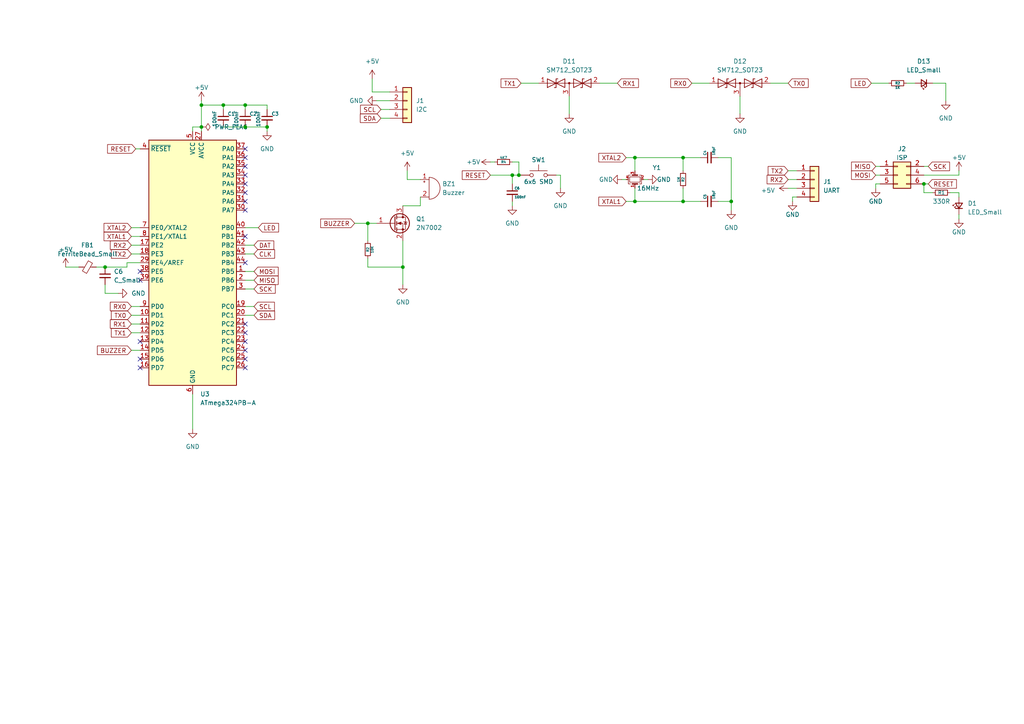
<source format=kicad_sch>
(kicad_sch (version 20230121) (generator eeschema)

  (uuid 708ee43f-192f-4977-9b4f-6869d36464c1)

  (paper "A4")

  (lib_symbols
    (symbol "Connector_Generic:Conn_01x04" (pin_names (offset 1.016) hide) (in_bom yes) (on_board yes)
      (property "Reference" "J" (at 0 5.08 0)
        (effects (font (size 1.27 1.27)))
      )
      (property "Value" "Conn_01x04" (at 0 -7.62 0)
        (effects (font (size 1.27 1.27)))
      )
      (property "Footprint" "" (at 0 0 0)
        (effects (font (size 1.27 1.27)) hide)
      )
      (property "Datasheet" "~" (at 0 0 0)
        (effects (font (size 1.27 1.27)) hide)
      )
      (property "ki_keywords" "connector" (at 0 0 0)
        (effects (font (size 1.27 1.27)) hide)
      )
      (property "ki_description" "Generic connector, single row, 01x04, script generated (kicad-library-utils/schlib/autogen/connector/)" (at 0 0 0)
        (effects (font (size 1.27 1.27)) hide)
      )
      (property "ki_fp_filters" "Connector*:*_1x??_*" (at 0 0 0)
        (effects (font (size 1.27 1.27)) hide)
      )
      (symbol "Conn_01x04_1_1"
        (rectangle (start -1.27 -4.953) (end 0 -5.207)
          (stroke (width 0.1524) (type default))
          (fill (type none))
        )
        (rectangle (start -1.27 -2.413) (end 0 -2.667)
          (stroke (width 0.1524) (type default))
          (fill (type none))
        )
        (rectangle (start -1.27 0.127) (end 0 -0.127)
          (stroke (width 0.1524) (type default))
          (fill (type none))
        )
        (rectangle (start -1.27 2.667) (end 0 2.413)
          (stroke (width 0.1524) (type default))
          (fill (type none))
        )
        (rectangle (start -1.27 3.81) (end 1.27 -6.35)
          (stroke (width 0.254) (type default))
          (fill (type background))
        )
        (pin passive line (at -5.08 2.54 0) (length 3.81)
          (name "Pin_1" (effects (font (size 1.27 1.27))))
          (number "1" (effects (font (size 1.27 1.27))))
        )
        (pin passive line (at -5.08 0 0) (length 3.81)
          (name "Pin_2" (effects (font (size 1.27 1.27))))
          (number "2" (effects (font (size 1.27 1.27))))
        )
        (pin passive line (at -5.08 -2.54 0) (length 3.81)
          (name "Pin_3" (effects (font (size 1.27 1.27))))
          (number "3" (effects (font (size 1.27 1.27))))
        )
        (pin passive line (at -5.08 -5.08 0) (length 3.81)
          (name "Pin_4" (effects (font (size 1.27 1.27))))
          (number "4" (effects (font (size 1.27 1.27))))
        )
      )
    )
    (symbol "Connector_Generic:Conn_02x03_Odd_Even" (pin_names (offset 1.016) hide) (in_bom yes) (on_board yes)
      (property "Reference" "J" (at 1.27 5.08 0)
        (effects (font (size 1.27 1.27)))
      )
      (property "Value" "Conn_02x03_Odd_Even" (at 1.27 -5.08 0)
        (effects (font (size 1.27 1.27)))
      )
      (property "Footprint" "" (at 0 0 0)
        (effects (font (size 1.27 1.27)) hide)
      )
      (property "Datasheet" "~" (at 0 0 0)
        (effects (font (size 1.27 1.27)) hide)
      )
      (property "ki_keywords" "connector" (at 0 0 0)
        (effects (font (size 1.27 1.27)) hide)
      )
      (property "ki_description" "Generic connector, double row, 02x03, odd/even pin numbering scheme (row 1 odd numbers, row 2 even numbers), script generated (kicad-library-utils/schlib/autogen/connector/)" (at 0 0 0)
        (effects (font (size 1.27 1.27)) hide)
      )
      (property "ki_fp_filters" "Connector*:*_2x??_*" (at 0 0 0)
        (effects (font (size 1.27 1.27)) hide)
      )
      (symbol "Conn_02x03_Odd_Even_1_1"
        (rectangle (start -1.27 -2.413) (end 0 -2.667)
          (stroke (width 0.1524) (type default))
          (fill (type none))
        )
        (rectangle (start -1.27 0.127) (end 0 -0.127)
          (stroke (width 0.1524) (type default))
          (fill (type none))
        )
        (rectangle (start -1.27 2.667) (end 0 2.413)
          (stroke (width 0.1524) (type default))
          (fill (type none))
        )
        (rectangle (start -1.27 3.81) (end 3.81 -3.81)
          (stroke (width 0.254) (type default))
          (fill (type background))
        )
        (rectangle (start 3.81 -2.413) (end 2.54 -2.667)
          (stroke (width 0.1524) (type default))
          (fill (type none))
        )
        (rectangle (start 3.81 0.127) (end 2.54 -0.127)
          (stroke (width 0.1524) (type default))
          (fill (type none))
        )
        (rectangle (start 3.81 2.667) (end 2.54 2.413)
          (stroke (width 0.1524) (type default))
          (fill (type none))
        )
        (pin passive line (at -5.08 2.54 0) (length 3.81)
          (name "Pin_1" (effects (font (size 1.27 1.27))))
          (number "1" (effects (font (size 1.27 1.27))))
        )
        (pin passive line (at 7.62 2.54 180) (length 3.81)
          (name "Pin_2" (effects (font (size 1.27 1.27))))
          (number "2" (effects (font (size 1.27 1.27))))
        )
        (pin passive line (at -5.08 0 0) (length 3.81)
          (name "Pin_3" (effects (font (size 1.27 1.27))))
          (number "3" (effects (font (size 1.27 1.27))))
        )
        (pin passive line (at 7.62 0 180) (length 3.81)
          (name "Pin_4" (effects (font (size 1.27 1.27))))
          (number "4" (effects (font (size 1.27 1.27))))
        )
        (pin passive line (at -5.08 -2.54 0) (length 3.81)
          (name "Pin_5" (effects (font (size 1.27 1.27))))
          (number "5" (effects (font (size 1.27 1.27))))
        )
        (pin passive line (at 7.62 -2.54 180) (length 3.81)
          (name "Pin_6" (effects (font (size 1.27 1.27))))
          (number "6" (effects (font (size 1.27 1.27))))
        )
      )
    )
    (symbol "Device:Buzzer" (pin_names (offset 0.0254) hide) (in_bom yes) (on_board yes)
      (property "Reference" "BZ" (at 3.81 1.27 0)
        (effects (font (size 1.27 1.27)) (justify left))
      )
      (property "Value" "Buzzer" (at 3.81 -1.27 0)
        (effects (font (size 1.27 1.27)) (justify left))
      )
      (property "Footprint" "" (at -0.635 2.54 90)
        (effects (font (size 1.27 1.27)) hide)
      )
      (property "Datasheet" "~" (at -0.635 2.54 90)
        (effects (font (size 1.27 1.27)) hide)
      )
      (property "ki_keywords" "quartz resonator ceramic" (at 0 0 0)
        (effects (font (size 1.27 1.27)) hide)
      )
      (property "ki_description" "Buzzer, polarized" (at 0 0 0)
        (effects (font (size 1.27 1.27)) hide)
      )
      (property "ki_fp_filters" "*Buzzer*" (at 0 0 0)
        (effects (font (size 1.27 1.27)) hide)
      )
      (symbol "Buzzer_0_1"
        (arc (start 0 -3.175) (mid 3.1612 0) (end 0 3.175)
          (stroke (width 0) (type default))
          (fill (type none))
        )
        (polyline
          (pts
            (xy -1.651 1.905)
            (xy -1.143 1.905)
          )
          (stroke (width 0) (type default))
          (fill (type none))
        )
        (polyline
          (pts
            (xy -1.397 2.159)
            (xy -1.397 1.651)
          )
          (stroke (width 0) (type default))
          (fill (type none))
        )
        (polyline
          (pts
            (xy 0 3.175)
            (xy 0 -3.175)
          )
          (stroke (width 0) (type default))
          (fill (type none))
        )
      )
      (symbol "Buzzer_1_1"
        (pin passive line (at -2.54 2.54 0) (length 2.54)
          (name "-" (effects (font (size 1.27 1.27))))
          (number "1" (effects (font (size 1.27 1.27))))
        )
        (pin passive line (at -2.54 -2.54 0) (length 2.54)
          (name "+" (effects (font (size 1.27 1.27))))
          (number "2" (effects (font (size 1.27 1.27))))
        )
      )
    )
    (symbol "Device:C_Small" (pin_numbers hide) (pin_names (offset 0.254) hide) (in_bom yes) (on_board yes)
      (property "Reference" "C" (at 0.254 1.778 0)
        (effects (font (size 1.27 1.27)) (justify left))
      )
      (property "Value" "C_Small" (at 0.254 -2.032 0)
        (effects (font (size 1.27 1.27)) (justify left))
      )
      (property "Footprint" "" (at 0 0 0)
        (effects (font (size 1.27 1.27)) hide)
      )
      (property "Datasheet" "~" (at 0 0 0)
        (effects (font (size 1.27 1.27)) hide)
      )
      (property "ki_keywords" "capacitor cap" (at 0 0 0)
        (effects (font (size 1.27 1.27)) hide)
      )
      (property "ki_description" "Unpolarized capacitor, small symbol" (at 0 0 0)
        (effects (font (size 1.27 1.27)) hide)
      )
      (property "ki_fp_filters" "C_*" (at 0 0 0)
        (effects (font (size 1.27 1.27)) hide)
      )
      (symbol "C_Small_0_1"
        (polyline
          (pts
            (xy -1.524 -0.508)
            (xy 1.524 -0.508)
          )
          (stroke (width 0.3302) (type default))
          (fill (type none))
        )
        (polyline
          (pts
            (xy -1.524 0.508)
            (xy 1.524 0.508)
          )
          (stroke (width 0.3048) (type default))
          (fill (type none))
        )
      )
      (symbol "C_Small_1_1"
        (pin passive line (at 0 2.54 270) (length 2.032)
          (name "~" (effects (font (size 1.27 1.27))))
          (number "1" (effects (font (size 1.27 1.27))))
        )
        (pin passive line (at 0 -2.54 90) (length 2.032)
          (name "~" (effects (font (size 1.27 1.27))))
          (number "2" (effects (font (size 1.27 1.27))))
        )
      )
    )
    (symbol "Device:Crystal_GND24_Small" (pin_names (offset 1.016) hide) (in_bom yes) (on_board yes)
      (property "Reference" "Y" (at 1.27 4.445 0)
        (effects (font (size 1.27 1.27)) (justify left))
      )
      (property "Value" "Crystal_GND24_Small" (at 1.27 2.54 0)
        (effects (font (size 1.27 1.27)) (justify left))
      )
      (property "Footprint" "" (at 0 0 0)
        (effects (font (size 1.27 1.27)) hide)
      )
      (property "Datasheet" "~" (at 0 0 0)
        (effects (font (size 1.27 1.27)) hide)
      )
      (property "ki_keywords" "quartz ceramic resonator oscillator" (at 0 0 0)
        (effects (font (size 1.27 1.27)) hide)
      )
      (property "ki_description" "Four pin crystal, GND on pins 2 and 4, small symbol" (at 0 0 0)
        (effects (font (size 1.27 1.27)) hide)
      )
      (property "ki_fp_filters" "Crystal*" (at 0 0 0)
        (effects (font (size 1.27 1.27)) hide)
      )
      (symbol "Crystal_GND24_Small_0_1"
        (rectangle (start -0.762 -1.524) (end 0.762 1.524)
          (stroke (width 0) (type default))
          (fill (type none))
        )
        (polyline
          (pts
            (xy -1.27 -0.762)
            (xy -1.27 0.762)
          )
          (stroke (width 0.381) (type default))
          (fill (type none))
        )
        (polyline
          (pts
            (xy 1.27 -0.762)
            (xy 1.27 0.762)
          )
          (stroke (width 0.381) (type default))
          (fill (type none))
        )
        (polyline
          (pts
            (xy -1.27 -1.27)
            (xy -1.27 -1.905)
            (xy 1.27 -1.905)
            (xy 1.27 -1.27)
          )
          (stroke (width 0) (type default))
          (fill (type none))
        )
        (polyline
          (pts
            (xy -1.27 1.27)
            (xy -1.27 1.905)
            (xy 1.27 1.905)
            (xy 1.27 1.27)
          )
          (stroke (width 0) (type default))
          (fill (type none))
        )
      )
      (symbol "Crystal_GND24_Small_1_1"
        (pin passive line (at -2.54 0 0) (length 1.27)
          (name "1" (effects (font (size 1.27 1.27))))
          (number "1" (effects (font (size 0.762 0.762))))
        )
        (pin passive line (at 0 -2.54 90) (length 0.635)
          (name "2" (effects (font (size 1.27 1.27))))
          (number "2" (effects (font (size 0.762 0.762))))
        )
        (pin passive line (at 2.54 0 180) (length 1.27)
          (name "3" (effects (font (size 1.27 1.27))))
          (number "3" (effects (font (size 0.762 0.762))))
        )
        (pin passive line (at 0 2.54 270) (length 0.635)
          (name "4" (effects (font (size 1.27 1.27))))
          (number "4" (effects (font (size 0.762 0.762))))
        )
      )
    )
    (symbol "Device:FerriteBead_Small" (pin_numbers hide) (pin_names (offset 0)) (in_bom yes) (on_board yes)
      (property "Reference" "FB" (at 1.905 1.27 0)
        (effects (font (size 1.27 1.27)) (justify left))
      )
      (property "Value" "FerriteBead_Small" (at 1.905 -1.27 0)
        (effects (font (size 1.27 1.27)) (justify left))
      )
      (property "Footprint" "" (at -1.778 0 90)
        (effects (font (size 1.27 1.27)) hide)
      )
      (property "Datasheet" "~" (at 0 0 0)
        (effects (font (size 1.27 1.27)) hide)
      )
      (property "ki_keywords" "L ferrite bead inductor filter" (at 0 0 0)
        (effects (font (size 1.27 1.27)) hide)
      )
      (property "ki_description" "Ferrite bead, small symbol" (at 0 0 0)
        (effects (font (size 1.27 1.27)) hide)
      )
      (property "ki_fp_filters" "Inductor_* L_* *Ferrite*" (at 0 0 0)
        (effects (font (size 1.27 1.27)) hide)
      )
      (symbol "FerriteBead_Small_0_1"
        (polyline
          (pts
            (xy 0 -1.27)
            (xy 0 -0.7874)
          )
          (stroke (width 0) (type default))
          (fill (type none))
        )
        (polyline
          (pts
            (xy 0 0.889)
            (xy 0 1.2954)
          )
          (stroke (width 0) (type default))
          (fill (type none))
        )
        (polyline
          (pts
            (xy -1.8288 0.2794)
            (xy -1.1176 1.4986)
            (xy 1.8288 -0.2032)
            (xy 1.1176 -1.4224)
            (xy -1.8288 0.2794)
          )
          (stroke (width 0) (type default))
          (fill (type none))
        )
      )
      (symbol "FerriteBead_Small_1_1"
        (pin passive line (at 0 2.54 270) (length 1.27)
          (name "~" (effects (font (size 1.27 1.27))))
          (number "1" (effects (font (size 1.27 1.27))))
        )
        (pin passive line (at 0 -2.54 90) (length 1.27)
          (name "~" (effects (font (size 1.27 1.27))))
          (number "2" (effects (font (size 1.27 1.27))))
        )
      )
    )
    (symbol "Device:LED_Small" (pin_numbers hide) (pin_names (offset 0.254) hide) (in_bom yes) (on_board yes)
      (property "Reference" "D" (at -1.27 3.175 0)
        (effects (font (size 1.27 1.27)) (justify left))
      )
      (property "Value" "LED_Small" (at -4.445 -2.54 0)
        (effects (font (size 1.27 1.27)) (justify left))
      )
      (property "Footprint" "" (at 0 0 90)
        (effects (font (size 1.27 1.27)) hide)
      )
      (property "Datasheet" "~" (at 0 0 90)
        (effects (font (size 1.27 1.27)) hide)
      )
      (property "ki_keywords" "LED diode light-emitting-diode" (at 0 0 0)
        (effects (font (size 1.27 1.27)) hide)
      )
      (property "ki_description" "Light emitting diode, small symbol" (at 0 0 0)
        (effects (font (size 1.27 1.27)) hide)
      )
      (property "ki_fp_filters" "LED* LED_SMD:* LED_THT:*" (at 0 0 0)
        (effects (font (size 1.27 1.27)) hide)
      )
      (symbol "LED_Small_0_1"
        (polyline
          (pts
            (xy -0.762 -1.016)
            (xy -0.762 1.016)
          )
          (stroke (width 0.254) (type default))
          (fill (type none))
        )
        (polyline
          (pts
            (xy 1.016 0)
            (xy -0.762 0)
          )
          (stroke (width 0) (type default))
          (fill (type none))
        )
        (polyline
          (pts
            (xy 0.762 -1.016)
            (xy -0.762 0)
            (xy 0.762 1.016)
            (xy 0.762 -1.016)
          )
          (stroke (width 0.254) (type default))
          (fill (type none))
        )
        (polyline
          (pts
            (xy 0 0.762)
            (xy -0.508 1.27)
            (xy -0.254 1.27)
            (xy -0.508 1.27)
            (xy -0.508 1.016)
          )
          (stroke (width 0) (type default))
          (fill (type none))
        )
        (polyline
          (pts
            (xy 0.508 1.27)
            (xy 0 1.778)
            (xy 0.254 1.778)
            (xy 0 1.778)
            (xy 0 1.524)
          )
          (stroke (width 0) (type default))
          (fill (type none))
        )
      )
      (symbol "LED_Small_1_1"
        (pin passive line (at -2.54 0 0) (length 1.778)
          (name "K" (effects (font (size 1.27 1.27))))
          (number "1" (effects (font (size 1.27 1.27))))
        )
        (pin passive line (at 2.54 0 180) (length 1.778)
          (name "A" (effects (font (size 1.27 1.27))))
          (number "2" (effects (font (size 1.27 1.27))))
        )
      )
    )
    (symbol "Device:R_Small" (pin_numbers hide) (pin_names (offset 0.254) hide) (in_bom yes) (on_board yes)
      (property "Reference" "R" (at 0.762 0.508 0)
        (effects (font (size 1.27 1.27)) (justify left))
      )
      (property "Value" "R_Small" (at 0.762 -1.016 0)
        (effects (font (size 1.27 1.27)) (justify left))
      )
      (property "Footprint" "" (at 0 0 0)
        (effects (font (size 1.27 1.27)) hide)
      )
      (property "Datasheet" "~" (at 0 0 0)
        (effects (font (size 1.27 1.27)) hide)
      )
      (property "ki_keywords" "R resistor" (at 0 0 0)
        (effects (font (size 1.27 1.27)) hide)
      )
      (property "ki_description" "Resistor, small symbol" (at 0 0 0)
        (effects (font (size 1.27 1.27)) hide)
      )
      (property "ki_fp_filters" "R_*" (at 0 0 0)
        (effects (font (size 1.27 1.27)) hide)
      )
      (symbol "R_Small_0_1"
        (rectangle (start -0.762 1.778) (end 0.762 -1.778)
          (stroke (width 0.2032) (type default))
          (fill (type none))
        )
      )
      (symbol "R_Small_1_1"
        (pin passive line (at 0 2.54 270) (length 0.762)
          (name "~" (effects (font (size 1.27 1.27))))
          (number "1" (effects (font (size 1.27 1.27))))
        )
        (pin passive line (at 0 -2.54 90) (length 0.762)
          (name "~" (effects (font (size 1.27 1.27))))
          (number "2" (effects (font (size 1.27 1.27))))
        )
      )
    )
    (symbol "Diode:SM712_SOT23" (pin_names (offset 1.016) hide) (in_bom yes) (on_board yes)
      (property "Reference" "D" (at 0 4.445 0)
        (effects (font (size 1.27 1.27)))
      )
      (property "Value" "SM712_SOT23" (at 0 2.54 0)
        (effects (font (size 1.27 1.27)))
      )
      (property "Footprint" "Package_TO_SOT_SMD:SOT-23" (at 0 -8.89 0)
        (effects (font (size 1.27 1.27)) hide)
      )
      (property "Datasheet" "https://www.littelfuse.com/~/media/electronics/datasheets/tvs_diode_arrays/littelfuse_tvs_diode_array_sm712_datasheet.pdf.pdf" (at -3.81 0 0)
        (effects (font (size 1.27 1.27)) hide)
      )
      (property "ki_keywords" "transient voltage suppressor thyrector transil" (at 0 0 0)
        (effects (font (size 1.27 1.27)) hide)
      )
      (property "ki_description" "7V/12V, 600W Asymmetrical TVS Diode Array, SOT-23" (at 0 0 0)
        (effects (font (size 1.27 1.27)) hide)
      )
      (property "ki_fp_filters" "SOT?23*" (at 0 0 0)
        (effects (font (size 1.27 1.27)) hide)
      )
      (symbol "SM712_SOT23_0_0"
        (polyline
          (pts
            (xy 0 -1.27)
            (xy 0 0)
          )
          (stroke (width 0) (type default))
          (fill (type none))
        )
      )
      (symbol "SM712_SOT23_0_1"
        (polyline
          (pts
            (xy -6.35 0)
            (xy 6.35 0)
          )
          (stroke (width 0) (type default))
          (fill (type none))
        )
        (polyline
          (pts
            (xy -3.302 1.27)
            (xy -3.81 1.27)
            (xy -3.81 -1.27)
            (xy -4.318 -1.27)
          )
          (stroke (width 0.2032) (type default))
          (fill (type none))
        )
        (polyline
          (pts
            (xy 4.318 1.27)
            (xy 3.81 1.27)
            (xy 3.81 -1.27)
            (xy 3.302 -1.27)
          )
          (stroke (width 0.2032) (type default))
          (fill (type none))
        )
        (polyline
          (pts
            (xy -6.35 -1.27)
            (xy -1.27 1.27)
            (xy -1.27 -1.27)
            (xy -6.35 1.27)
            (xy -6.35 -1.27)
          )
          (stroke (width 0.2032) (type default))
          (fill (type none))
        )
        (polyline
          (pts
            (xy 1.27 -1.27)
            (xy 1.27 1.27)
            (xy 6.35 -1.27)
            (xy 6.35 1.27)
            (xy 1.27 -1.27)
          )
          (stroke (width 0.2032) (type default))
          (fill (type none))
        )
        (circle (center 0 0) (radius 0.254)
          (stroke (width 0) (type default))
          (fill (type outline))
        )
      )
      (symbol "SM712_SOT23_1_1"
        (pin passive line (at -8.89 0 0) (length 2.54)
          (name "A1" (effects (font (size 1.27 1.27))))
          (number "1" (effects (font (size 1.27 1.27))))
        )
        (pin passive line (at 8.89 0 180) (length 2.54)
          (name "A2" (effects (font (size 1.27 1.27))))
          (number "2" (effects (font (size 1.27 1.27))))
        )
        (pin input line (at 0 -3.81 90) (length 2.54)
          (name "common" (effects (font (size 1.27 1.27))))
          (number "3" (effects (font (size 1.27 1.27))))
        )
      )
    )
    (symbol "MCU_Microchip_ATmega:ATmega324PB-A" (in_bom yes) (on_board yes)
      (property "Reference" "U" (at -12.7 36.83 0)
        (effects (font (size 1.27 1.27)) (justify left bottom))
      )
      (property "Value" "ATmega324PB-A" (at 2.54 -36.83 0)
        (effects (font (size 1.27 1.27)) (justify left top))
      )
      (property "Footprint" "Package_QFP:TQFP-44_10x10mm_P0.8mm" (at 0 0 0)
        (effects (font (size 1.27 1.27) italic) hide)
      )
      (property "Datasheet" "http://ww1.microchip.com/downloads/en/DeviceDoc/40001908A.pdf" (at 0 0 0)
        (effects (font (size 1.27 1.27)) hide)
      )
      (property "ki_keywords" "AVR 8bit Microcontroller MegaAVR PicoPower" (at 0 0 0)
        (effects (font (size 1.27 1.27)) hide)
      )
      (property "ki_description" "20MHz, 32kB Flash, 2kB SRAM, 1kB EEPROM, JTAG, TQFP-44" (at 0 0 0)
        (effects (font (size 1.27 1.27)) hide)
      )
      (property "ki_fp_filters" "TQFP*10x10mm*P0.8mm*" (at 0 0 0)
        (effects (font (size 1.27 1.27)) hide)
      )
      (symbol "ATmega324PB-A_0_1"
        (rectangle (start -12.7 -35.56) (end 12.7 35.56)
          (stroke (width 0.254) (type default))
          (fill (type background))
        )
      )
      (symbol "ATmega324PB-A_1_1"
        (pin bidirectional line (at 15.24 -2.54 180) (length 2.54)
          (name "PB5" (effects (font (size 1.27 1.27))))
          (number "1" (effects (font (size 1.27 1.27))))
        )
        (pin bidirectional line (at -15.24 -15.24 0) (length 2.54)
          (name "PD1" (effects (font (size 1.27 1.27))))
          (number "10" (effects (font (size 1.27 1.27))))
        )
        (pin bidirectional line (at -15.24 -17.78 0) (length 2.54)
          (name "PD2" (effects (font (size 1.27 1.27))))
          (number "11" (effects (font (size 1.27 1.27))))
        )
        (pin bidirectional line (at -15.24 -20.32 0) (length 2.54)
          (name "PD3" (effects (font (size 1.27 1.27))))
          (number "12" (effects (font (size 1.27 1.27))))
        )
        (pin bidirectional line (at -15.24 -22.86 0) (length 2.54)
          (name "PD4" (effects (font (size 1.27 1.27))))
          (number "13" (effects (font (size 1.27 1.27))))
        )
        (pin bidirectional line (at -15.24 -25.4 0) (length 2.54)
          (name "PD5" (effects (font (size 1.27 1.27))))
          (number "14" (effects (font (size 1.27 1.27))))
        )
        (pin bidirectional line (at -15.24 -27.94 0) (length 2.54)
          (name "PD6" (effects (font (size 1.27 1.27))))
          (number "15" (effects (font (size 1.27 1.27))))
        )
        (pin bidirectional line (at -15.24 -30.48 0) (length 2.54)
          (name "PD7" (effects (font (size 1.27 1.27))))
          (number "16" (effects (font (size 1.27 1.27))))
        )
        (pin bidirectional line (at -15.24 5.08 0) (length 2.54)
          (name "PE2" (effects (font (size 1.27 1.27))))
          (number "17" (effects (font (size 1.27 1.27))))
        )
        (pin bidirectional line (at -15.24 2.54 0) (length 2.54)
          (name "PE3" (effects (font (size 1.27 1.27))))
          (number "18" (effects (font (size 1.27 1.27))))
        )
        (pin bidirectional line (at 15.24 -12.7 180) (length 2.54)
          (name "PC0" (effects (font (size 1.27 1.27))))
          (number "19" (effects (font (size 1.27 1.27))))
        )
        (pin bidirectional line (at 15.24 -5.08 180) (length 2.54)
          (name "PB6" (effects (font (size 1.27 1.27))))
          (number "2" (effects (font (size 1.27 1.27))))
        )
        (pin bidirectional line (at 15.24 -15.24 180) (length 2.54)
          (name "PC1" (effects (font (size 1.27 1.27))))
          (number "20" (effects (font (size 1.27 1.27))))
        )
        (pin bidirectional line (at 15.24 -17.78 180) (length 2.54)
          (name "PC2" (effects (font (size 1.27 1.27))))
          (number "21" (effects (font (size 1.27 1.27))))
        )
        (pin bidirectional line (at 15.24 -20.32 180) (length 2.54)
          (name "PC3" (effects (font (size 1.27 1.27))))
          (number "22" (effects (font (size 1.27 1.27))))
        )
        (pin bidirectional line (at 15.24 -22.86 180) (length 2.54)
          (name "PC4" (effects (font (size 1.27 1.27))))
          (number "23" (effects (font (size 1.27 1.27))))
        )
        (pin bidirectional line (at 15.24 -25.4 180) (length 2.54)
          (name "PC5" (effects (font (size 1.27 1.27))))
          (number "24" (effects (font (size 1.27 1.27))))
        )
        (pin bidirectional line (at 15.24 -27.94 180) (length 2.54)
          (name "PC6" (effects (font (size 1.27 1.27))))
          (number "25" (effects (font (size 1.27 1.27))))
        )
        (pin bidirectional line (at 15.24 -30.48 180) (length 2.54)
          (name "PC7" (effects (font (size 1.27 1.27))))
          (number "26" (effects (font (size 1.27 1.27))))
        )
        (pin power_in line (at 2.54 38.1 270) (length 2.54)
          (name "AVCC" (effects (font (size 1.27 1.27))))
          (number "27" (effects (font (size 1.27 1.27))))
        )
        (pin passive line (at 0 -38.1 90) (length 2.54) hide
          (name "GND" (effects (font (size 1.27 1.27))))
          (number "28" (effects (font (size 1.27 1.27))))
        )
        (pin bidirectional line (at -15.24 0 0) (length 2.54)
          (name "PE4/AREF" (effects (font (size 1.27 1.27))))
          (number "29" (effects (font (size 1.27 1.27))))
        )
        (pin bidirectional line (at 15.24 -7.62 180) (length 2.54)
          (name "PB7" (effects (font (size 1.27 1.27))))
          (number "3" (effects (font (size 1.27 1.27))))
        )
        (pin bidirectional line (at 15.24 15.24 180) (length 2.54)
          (name "PA7" (effects (font (size 1.27 1.27))))
          (number "30" (effects (font (size 1.27 1.27))))
        )
        (pin bidirectional line (at 15.24 17.78 180) (length 2.54)
          (name "PA6" (effects (font (size 1.27 1.27))))
          (number "31" (effects (font (size 1.27 1.27))))
        )
        (pin bidirectional line (at 15.24 20.32 180) (length 2.54)
          (name "PA5" (effects (font (size 1.27 1.27))))
          (number "32" (effects (font (size 1.27 1.27))))
        )
        (pin bidirectional line (at 15.24 22.86 180) (length 2.54)
          (name "PA4" (effects (font (size 1.27 1.27))))
          (number "33" (effects (font (size 1.27 1.27))))
        )
        (pin bidirectional line (at 15.24 25.4 180) (length 2.54)
          (name "PA3" (effects (font (size 1.27 1.27))))
          (number "34" (effects (font (size 1.27 1.27))))
        )
        (pin bidirectional line (at 15.24 27.94 180) (length 2.54)
          (name "PA2" (effects (font (size 1.27 1.27))))
          (number "35" (effects (font (size 1.27 1.27))))
        )
        (pin bidirectional line (at 15.24 30.48 180) (length 2.54)
          (name "PA1" (effects (font (size 1.27 1.27))))
          (number "36" (effects (font (size 1.27 1.27))))
        )
        (pin bidirectional line (at 15.24 33.02 180) (length 2.54)
          (name "PA0" (effects (font (size 1.27 1.27))))
          (number "37" (effects (font (size 1.27 1.27))))
        )
        (pin bidirectional line (at -15.24 -2.54 0) (length 2.54)
          (name "PE5" (effects (font (size 1.27 1.27))))
          (number "38" (effects (font (size 1.27 1.27))))
        )
        (pin bidirectional line (at -15.24 -5.08 0) (length 2.54)
          (name "PE6" (effects (font (size 1.27 1.27))))
          (number "39" (effects (font (size 1.27 1.27))))
        )
        (pin input line (at -15.24 33.02 0) (length 2.54)
          (name "~{RESET}" (effects (font (size 1.27 1.27))))
          (number "4" (effects (font (size 1.27 1.27))))
        )
        (pin bidirectional line (at 15.24 10.16 180) (length 2.54)
          (name "PB0" (effects (font (size 1.27 1.27))))
          (number "40" (effects (font (size 1.27 1.27))))
        )
        (pin bidirectional line (at 15.24 7.62 180) (length 2.54)
          (name "PB1" (effects (font (size 1.27 1.27))))
          (number "41" (effects (font (size 1.27 1.27))))
        )
        (pin bidirectional line (at 15.24 5.08 180) (length 2.54)
          (name "PB2" (effects (font (size 1.27 1.27))))
          (number "42" (effects (font (size 1.27 1.27))))
        )
        (pin bidirectional line (at 15.24 2.54 180) (length 2.54)
          (name "PB3" (effects (font (size 1.27 1.27))))
          (number "43" (effects (font (size 1.27 1.27))))
        )
        (pin bidirectional line (at 15.24 0 180) (length 2.54)
          (name "PB4" (effects (font (size 1.27 1.27))))
          (number "44" (effects (font (size 1.27 1.27))))
        )
        (pin power_in line (at 0 38.1 270) (length 2.54)
          (name "VCC" (effects (font (size 1.27 1.27))))
          (number "5" (effects (font (size 1.27 1.27))))
        )
        (pin power_in line (at 0 -38.1 90) (length 2.54)
          (name "GND" (effects (font (size 1.27 1.27))))
          (number "6" (effects (font (size 1.27 1.27))))
        )
        (pin bidirectional line (at -15.24 10.16 0) (length 2.54)
          (name "PE0/XTAL2" (effects (font (size 1.27 1.27))))
          (number "7" (effects (font (size 1.27 1.27))))
        )
        (pin bidirectional line (at -15.24 7.62 0) (length 2.54)
          (name "PE1/XTAL1" (effects (font (size 1.27 1.27))))
          (number "8" (effects (font (size 1.27 1.27))))
        )
        (pin bidirectional line (at -15.24 -12.7 0) (length 2.54)
          (name "PD0" (effects (font (size 1.27 1.27))))
          (number "9" (effects (font (size 1.27 1.27))))
        )
      )
    )
    (symbol "Switch:SW_Push" (pin_numbers hide) (pin_names (offset 1.016) hide) (in_bom yes) (on_board yes)
      (property "Reference" "SW" (at 1.27 2.54 0)
        (effects (font (size 1.27 1.27)) (justify left))
      )
      (property "Value" "SW_Push" (at 0 -1.524 0)
        (effects (font (size 1.27 1.27)))
      )
      (property "Footprint" "" (at 0 5.08 0)
        (effects (font (size 1.27 1.27)) hide)
      )
      (property "Datasheet" "~" (at 0 5.08 0)
        (effects (font (size 1.27 1.27)) hide)
      )
      (property "ki_keywords" "switch normally-open pushbutton push-button" (at 0 0 0)
        (effects (font (size 1.27 1.27)) hide)
      )
      (property "ki_description" "Push button switch, generic, two pins" (at 0 0 0)
        (effects (font (size 1.27 1.27)) hide)
      )
      (symbol "SW_Push_0_1"
        (circle (center -2.032 0) (radius 0.508)
          (stroke (width 0) (type default))
          (fill (type none))
        )
        (polyline
          (pts
            (xy 0 1.27)
            (xy 0 3.048)
          )
          (stroke (width 0) (type default))
          (fill (type none))
        )
        (polyline
          (pts
            (xy 2.54 1.27)
            (xy -2.54 1.27)
          )
          (stroke (width 0) (type default))
          (fill (type none))
        )
        (circle (center 2.032 0) (radius 0.508)
          (stroke (width 0) (type default))
          (fill (type none))
        )
        (pin passive line (at -5.08 0 0) (length 2.54)
          (name "1" (effects (font (size 1.27 1.27))))
          (number "1" (effects (font (size 1.27 1.27))))
        )
        (pin passive line (at 5.08 0 180) (length 2.54)
          (name "2" (effects (font (size 1.27 1.27))))
          (number "2" (effects (font (size 1.27 1.27))))
        )
      )
    )
    (symbol "Transistor_FET:2N7002" (pin_names hide) (in_bom yes) (on_board yes)
      (property "Reference" "Q" (at 5.08 1.905 0)
        (effects (font (size 1.27 1.27)) (justify left))
      )
      (property "Value" "2N7002" (at 5.08 0 0)
        (effects (font (size 1.27 1.27)) (justify left))
      )
      (property "Footprint" "Package_TO_SOT_SMD:SOT-23" (at 5.08 -1.905 0)
        (effects (font (size 1.27 1.27) italic) (justify left) hide)
      )
      (property "Datasheet" "https://www.onsemi.com/pub/Collateral/NDS7002A-D.PDF" (at 0 0 0)
        (effects (font (size 1.27 1.27)) (justify left) hide)
      )
      (property "ki_keywords" "N-Channel Switching MOSFET" (at 0 0 0)
        (effects (font (size 1.27 1.27)) hide)
      )
      (property "ki_description" "0.115A Id, 60V Vds, N-Channel MOSFET, SOT-23" (at 0 0 0)
        (effects (font (size 1.27 1.27)) hide)
      )
      (property "ki_fp_filters" "SOT?23*" (at 0 0 0)
        (effects (font (size 1.27 1.27)) hide)
      )
      (symbol "2N7002_0_1"
        (polyline
          (pts
            (xy 0.254 0)
            (xy -2.54 0)
          )
          (stroke (width 0) (type default))
          (fill (type none))
        )
        (polyline
          (pts
            (xy 0.254 1.905)
            (xy 0.254 -1.905)
          )
          (stroke (width 0.254) (type default))
          (fill (type none))
        )
        (polyline
          (pts
            (xy 0.762 -1.27)
            (xy 0.762 -2.286)
          )
          (stroke (width 0.254) (type default))
          (fill (type none))
        )
        (polyline
          (pts
            (xy 0.762 0.508)
            (xy 0.762 -0.508)
          )
          (stroke (width 0.254) (type default))
          (fill (type none))
        )
        (polyline
          (pts
            (xy 0.762 2.286)
            (xy 0.762 1.27)
          )
          (stroke (width 0.254) (type default))
          (fill (type none))
        )
        (polyline
          (pts
            (xy 2.54 2.54)
            (xy 2.54 1.778)
          )
          (stroke (width 0) (type default))
          (fill (type none))
        )
        (polyline
          (pts
            (xy 2.54 -2.54)
            (xy 2.54 0)
            (xy 0.762 0)
          )
          (stroke (width 0) (type default))
          (fill (type none))
        )
        (polyline
          (pts
            (xy 0.762 -1.778)
            (xy 3.302 -1.778)
            (xy 3.302 1.778)
            (xy 0.762 1.778)
          )
          (stroke (width 0) (type default))
          (fill (type none))
        )
        (polyline
          (pts
            (xy 1.016 0)
            (xy 2.032 0.381)
            (xy 2.032 -0.381)
            (xy 1.016 0)
          )
          (stroke (width 0) (type default))
          (fill (type outline))
        )
        (polyline
          (pts
            (xy 2.794 0.508)
            (xy 2.921 0.381)
            (xy 3.683 0.381)
            (xy 3.81 0.254)
          )
          (stroke (width 0) (type default))
          (fill (type none))
        )
        (polyline
          (pts
            (xy 3.302 0.381)
            (xy 2.921 -0.254)
            (xy 3.683 -0.254)
            (xy 3.302 0.381)
          )
          (stroke (width 0) (type default))
          (fill (type none))
        )
        (circle (center 1.651 0) (radius 2.794)
          (stroke (width 0.254) (type default))
          (fill (type none))
        )
        (circle (center 2.54 -1.778) (radius 0.254)
          (stroke (width 0) (type default))
          (fill (type outline))
        )
        (circle (center 2.54 1.778) (radius 0.254)
          (stroke (width 0) (type default))
          (fill (type outline))
        )
      )
      (symbol "2N7002_1_1"
        (pin input line (at -5.08 0 0) (length 2.54)
          (name "G" (effects (font (size 1.27 1.27))))
          (number "1" (effects (font (size 1.27 1.27))))
        )
        (pin passive line (at 2.54 -5.08 90) (length 2.54)
          (name "S" (effects (font (size 1.27 1.27))))
          (number "2" (effects (font (size 1.27 1.27))))
        )
        (pin passive line (at 2.54 5.08 270) (length 2.54)
          (name "D" (effects (font (size 1.27 1.27))))
          (number "3" (effects (font (size 1.27 1.27))))
        )
      )
    )
    (symbol "power:+5V" (power) (pin_names (offset 0)) (in_bom yes) (on_board yes)
      (property "Reference" "#PWR" (at 0 -3.81 0)
        (effects (font (size 1.27 1.27)) hide)
      )
      (property "Value" "+5V" (at 0 3.556 0)
        (effects (font (size 1.27 1.27)))
      )
      (property "Footprint" "" (at 0 0 0)
        (effects (font (size 1.27 1.27)) hide)
      )
      (property "Datasheet" "" (at 0 0 0)
        (effects (font (size 1.27 1.27)) hide)
      )
      (property "ki_keywords" "global power" (at 0 0 0)
        (effects (font (size 1.27 1.27)) hide)
      )
      (property "ki_description" "Power symbol creates a global label with name \"+5V\"" (at 0 0 0)
        (effects (font (size 1.27 1.27)) hide)
      )
      (symbol "+5V_0_1"
        (polyline
          (pts
            (xy -0.762 1.27)
            (xy 0 2.54)
          )
          (stroke (width 0) (type default))
          (fill (type none))
        )
        (polyline
          (pts
            (xy 0 0)
            (xy 0 2.54)
          )
          (stroke (width 0) (type default))
          (fill (type none))
        )
        (polyline
          (pts
            (xy 0 2.54)
            (xy 0.762 1.27)
          )
          (stroke (width 0) (type default))
          (fill (type none))
        )
      )
      (symbol "+5V_1_1"
        (pin power_in line (at 0 0 90) (length 0) hide
          (name "+5V" (effects (font (size 1.27 1.27))))
          (number "1" (effects (font (size 1.27 1.27))))
        )
      )
    )
    (symbol "power:GND" (power) (pin_names (offset 0)) (in_bom yes) (on_board yes)
      (property "Reference" "#PWR" (at 0 -6.35 0)
        (effects (font (size 1.27 1.27)) hide)
      )
      (property "Value" "GND" (at 0 -3.81 0)
        (effects (font (size 1.27 1.27)))
      )
      (property "Footprint" "" (at 0 0 0)
        (effects (font (size 1.27 1.27)) hide)
      )
      (property "Datasheet" "" (at 0 0 0)
        (effects (font (size 1.27 1.27)) hide)
      )
      (property "ki_keywords" "global power" (at 0 0 0)
        (effects (font (size 1.27 1.27)) hide)
      )
      (property "ki_description" "Power symbol creates a global label with name \"GND\" , ground" (at 0 0 0)
        (effects (font (size 1.27 1.27)) hide)
      )
      (symbol "GND_0_1"
        (polyline
          (pts
            (xy 0 0)
            (xy 0 -1.27)
            (xy 1.27 -1.27)
            (xy 0 -2.54)
            (xy -1.27 -1.27)
            (xy 0 -1.27)
          )
          (stroke (width 0) (type default))
          (fill (type none))
        )
      )
      (symbol "GND_1_1"
        (pin power_in line (at 0 0 270) (length 0) hide
          (name "GND" (effects (font (size 1.27 1.27))))
          (number "1" (effects (font (size 1.27 1.27))))
        )
      )
    )
    (symbol "power:PWR_FLAG" (power) (pin_numbers hide) (pin_names (offset 0) hide) (in_bom yes) (on_board yes)
      (property "Reference" "#FLG" (at 0 1.905 0)
        (effects (font (size 1.27 1.27)) hide)
      )
      (property "Value" "PWR_FLAG" (at 0 3.81 0)
        (effects (font (size 1.27 1.27)))
      )
      (property "Footprint" "" (at 0 0 0)
        (effects (font (size 1.27 1.27)) hide)
      )
      (property "Datasheet" "~" (at 0 0 0)
        (effects (font (size 1.27 1.27)) hide)
      )
      (property "ki_keywords" "flag power" (at 0 0 0)
        (effects (font (size 1.27 1.27)) hide)
      )
      (property "ki_description" "Special symbol for telling ERC where power comes from" (at 0 0 0)
        (effects (font (size 1.27 1.27)) hide)
      )
      (symbol "PWR_FLAG_0_0"
        (pin power_out line (at 0 0 90) (length 0)
          (name "pwr" (effects (font (size 1.27 1.27))))
          (number "1" (effects (font (size 1.27 1.27))))
        )
      )
      (symbol "PWR_FLAG_0_1"
        (polyline
          (pts
            (xy 0 0)
            (xy 0 1.27)
            (xy -1.016 1.905)
            (xy 0 2.54)
            (xy 1.016 1.905)
            (xy 0 1.27)
          )
          (stroke (width 0) (type default))
          (fill (type none))
        )
      )
    )
  )

  (junction (at 30.48 77.47) (diameter 0) (color 0 0 0 0)
    (uuid 043c8d62-c285-4510-a569-bc234f07f83a)
  )
  (junction (at 106.68 64.77) (diameter 0) (color 0 0 0 0)
    (uuid 3af63c8e-1c0c-4213-aa5d-a22df7ee6abc)
  )
  (junction (at 58.42 30.48) (diameter 0) (color 0 0 0 0)
    (uuid 7743da82-d579-4de7-8218-63bb20a3798d)
  )
  (junction (at 184.15 45.72) (diameter 0) (color 0 0 0 0)
    (uuid 84c44782-101b-4140-9d62-cbeb2b35881b)
  )
  (junction (at 212.09 58.42) (diameter 0) (color 0 0 0 0)
    (uuid 8c5bb3fb-2230-492c-a901-9726de7544c5)
  )
  (junction (at 198.12 45.72) (diameter 0) (color 0 0 0 0)
    (uuid 8d17e21c-d5fd-4124-9a38-a9ab653b2b12)
  )
  (junction (at 64.77 30.48) (diameter 0) (color 0 0 0 0)
    (uuid 913692e6-528f-46ca-8cda-3bf91b07b134)
  )
  (junction (at 198.12 58.42) (diameter 0) (color 0 0 0 0)
    (uuid 94420870-7c3b-4735-9ebd-51b862f8378c)
  )
  (junction (at 71.12 30.48) (diameter 0) (color 0 0 0 0)
    (uuid 98630179-8a19-41bb-ba22-2427cf7300af)
  )
  (junction (at 148.59 50.8) (diameter 0) (color 0 0 0 0)
    (uuid 99e6e46d-f2fa-4011-95ce-da7a4cb8ad8f)
  )
  (junction (at 184.15 58.42) (diameter 0) (color 0 0 0 0)
    (uuid a55a5f4d-978e-44aa-aa9f-54d847b2d29b)
  )
  (junction (at 116.84 77.47) (diameter 0) (color 0 0 0 0)
    (uuid b3055838-8036-4aed-b0b8-ccc43edc3b71)
  )
  (junction (at 58.42 36.83) (diameter 0) (color 0 0 0 0)
    (uuid b43c7ebb-2186-45ce-bf88-d6183718ecb7)
  )
  (junction (at 77.47 36.83) (diameter 0) (color 0 0 0 0)
    (uuid b491a2f6-a6bc-498f-a5df-6c01fc03c7af)
  )
  (junction (at 150.495 50.8) (diameter 0) (color 0 0 0 0)
    (uuid cf56e389-04be-4fc8-86d8-f9488be42f14)
  )
  (junction (at 71.12 36.83) (diameter 0) (color 0 0 0 0)
    (uuid d57a07e6-618b-48a7-84e5-43e4cf3016ef)
  )
  (junction (at 267.97 53.34) (diameter 0) (color 0 0 0 0)
    (uuid f4c9f646-181f-47ec-8cdc-faa854cf2bf1)
  )

  (no_connect (at 71.12 58.42) (uuid 1dbae099-ff05-454f-a588-061aa29b129d))
  (no_connect (at 40.64 78.74) (uuid 2eadf00f-0c04-4f92-bdf1-03be01e910b5))
  (no_connect (at 71.12 43.18) (uuid 377c1597-28fd-4cf3-8278-19831862412c))
  (no_connect (at 40.64 99.06) (uuid 3a71f989-6f13-47ad-9d0e-e1e40caf7dd1))
  (no_connect (at 71.12 55.88) (uuid 458ad234-a5d4-4526-8809-c25b65318d43))
  (no_connect (at 71.12 93.98) (uuid 64729bd0-bdd1-4cea-9492-6c95296f1d73))
  (no_connect (at 71.12 50.8) (uuid 7b705bfc-688d-4741-b0e8-58e188aaa7fb))
  (no_connect (at 40.64 104.14) (uuid 7bf07aaf-efb8-4ed7-8a33-b369b83b5a99))
  (no_connect (at 71.12 48.26) (uuid 89bc9630-ffd0-4245-b1c7-e2e7c0ef82ae))
  (no_connect (at 71.12 53.34) (uuid 8c70f4d1-afd8-48ff-8846-ff22af90507c))
  (no_connect (at 71.12 104.14) (uuid 97bc5a9d-5ef6-49be-a6b2-f3f599be5364))
  (no_connect (at 40.64 81.28) (uuid ab6ab10f-d66e-43d0-bb68-b41fc527f4be))
  (no_connect (at 71.12 106.68) (uuid aeb59033-a43d-4d78-b48d-d50609efd1d4))
  (no_connect (at 71.12 101.6) (uuid b74d42c5-f5ad-4a92-9783-88dfd6c96462))
  (no_connect (at 71.12 76.2) (uuid c82242ee-d014-481d-8352-6e9734022850))
  (no_connect (at 71.12 99.06) (uuid cbf30dec-ff1f-41cf-bf57-0e2091f70516))
  (no_connect (at 71.12 68.58) (uuid cdaccfc9-4273-4f4a-9cf4-1d5c4ee8425a))
  (no_connect (at 71.12 96.52) (uuid dbc3bda3-c6f9-41c6-9e2a-db1000d89e15))
  (no_connect (at 71.12 45.72) (uuid e766fa50-5648-4d4b-bff1-f90d5d616083))
  (no_connect (at 40.64 106.68) (uuid f6426f5f-50fd-49ef-a561-4fc1d341910d))
  (no_connect (at 71.12 60.96) (uuid fc575688-f551-4e4d-8ec7-83204830f1ca))

  (wire (pts (xy 71.12 71.12) (xy 73.66 71.12))
    (stroke (width 0) (type default))
    (uuid 0093de11-fa01-4603-a2cd-2ec4c1502d81)
  )
  (wire (pts (xy 150.495 50.8) (xy 151.13 50.8))
    (stroke (width 0) (type default))
    (uuid 0097f45a-636f-453c-9018-b2c72abeae24)
  )
  (wire (pts (xy 212.09 58.42) (xy 212.09 60.96))
    (stroke (width 0) (type default))
    (uuid 033b7b6a-6436-40f3-b15e-9a3818dc7ffc)
  )
  (wire (pts (xy 198.12 54.61) (xy 198.12 58.42))
    (stroke (width 0) (type default))
    (uuid 045cdcbe-1698-4e9b-965f-36a430fb67a0)
  )
  (wire (pts (xy 150.495 46.99) (xy 148.59 46.99))
    (stroke (width 0) (type default))
    (uuid 04cd0c35-6e90-4db6-8f71-80f5627bf6e2)
  )
  (wire (pts (xy 148.59 50.8) (xy 150.495 50.8))
    (stroke (width 0) (type default))
    (uuid 06cc1231-02db-4968-9701-bccbdb3c8302)
  )
  (wire (pts (xy 148.59 58.42) (xy 148.59 59.69))
    (stroke (width 0) (type default))
    (uuid 0c555016-2d0e-4c2d-ab36-4d1ba59316d6)
  )
  (wire (pts (xy 274.32 24.13) (xy 274.32 29.21))
    (stroke (width 0) (type default))
    (uuid 0db6ea43-4a87-4959-a7e2-b7bcb8cefb49)
  )
  (wire (pts (xy 71.12 83.82) (xy 73.66 83.82))
    (stroke (width 0) (type default))
    (uuid 0e12c64e-5cdd-4e97-a192-7105d2e96c88)
  )
  (wire (pts (xy 116.84 77.47) (xy 116.84 82.55))
    (stroke (width 0) (type default))
    (uuid 0e148583-01d2-4a4f-8af3-8d429bd4ea28)
  )
  (wire (pts (xy 107.95 26.67) (xy 113.03 26.67))
    (stroke (width 0) (type default))
    (uuid 0fa69b61-d98a-4004-a785-ace7c231869b)
  )
  (wire (pts (xy 262.89 24.13) (xy 265.43 24.13))
    (stroke (width 0) (type default))
    (uuid 0fe0539e-e36c-46ac-9eda-595f394f8da7)
  )
  (wire (pts (xy 254 48.26) (xy 255.27 48.26))
    (stroke (width 0) (type default))
    (uuid 15d3a595-46e3-41aa-b283-3a37d4b08b9a)
  )
  (wire (pts (xy 162.56 50.8) (xy 162.56 54.61))
    (stroke (width 0) (type default))
    (uuid 1a802749-b096-440c-9f27-d82dbbdc1610)
  )
  (wire (pts (xy 38.1 73.66) (xy 40.64 73.66))
    (stroke (width 0) (type default))
    (uuid 1b29b83b-e64e-4843-a350-608e39fb29a5)
  )
  (wire (pts (xy 58.42 30.48) (xy 64.77 30.48))
    (stroke (width 0) (type default))
    (uuid 1d5b0ea5-7f51-49cb-9116-66131fd613ef)
  )
  (wire (pts (xy 267.97 55.88) (xy 267.97 53.34))
    (stroke (width 0) (type default))
    (uuid 1d7df026-8b07-469d-bf05-dfbc3d61deed)
  )
  (wire (pts (xy 77.47 30.48) (xy 77.47 31.75))
    (stroke (width 0) (type default))
    (uuid 2161a7ad-9060-4efd-9d28-c2d3fb580883)
  )
  (wire (pts (xy 36.83 76.2) (xy 40.64 76.2))
    (stroke (width 0) (type default))
    (uuid 21de2365-39aa-4542-838e-1093049496a4)
  )
  (wire (pts (xy 151.13 24.13) (xy 156.21 24.13))
    (stroke (width 0) (type default))
    (uuid 21e401bd-c4b1-474a-b464-15c6e2e364d9)
  )
  (wire (pts (xy 30.48 85.09) (xy 34.29 85.09))
    (stroke (width 0) (type default))
    (uuid 23714085-c4a2-4959-8f83-0d4f05b21f0b)
  )
  (wire (pts (xy 142.24 46.99) (xy 143.51 46.99))
    (stroke (width 0) (type default))
    (uuid 247791e6-0313-45fb-90b8-7bdbbb9b7f54)
  )
  (wire (pts (xy 38.1 96.52) (xy 40.64 96.52))
    (stroke (width 0) (type default))
    (uuid 2534e65a-a833-407e-8977-c7c0d5d93248)
  )
  (wire (pts (xy 229.87 58.42) (xy 229.87 57.15))
    (stroke (width 0) (type default))
    (uuid 269c2cba-671d-47e0-b7c5-7044c8618709)
  )
  (wire (pts (xy 102.87 64.77) (xy 106.68 64.77))
    (stroke (width 0) (type default))
    (uuid 3928558d-9c70-42d0-bdf3-64d6b897fd04)
  )
  (wire (pts (xy 71.12 30.48) (xy 77.47 30.48))
    (stroke (width 0) (type default))
    (uuid 39c859b2-a64a-45b2-9a38-0b998742342b)
  )
  (wire (pts (xy 212.09 58.42) (xy 208.28 58.42))
    (stroke (width 0) (type default))
    (uuid 41115d56-a6bd-4e53-9b55-4dd9dbf70f11)
  )
  (wire (pts (xy 71.12 78.74) (xy 73.66 78.74))
    (stroke (width 0) (type default))
    (uuid 436262a9-6227-4b01-bb57-5d85283a8141)
  )
  (wire (pts (xy 71.12 91.44) (xy 73.66 91.44))
    (stroke (width 0) (type default))
    (uuid 439a02e9-e06e-43c3-94e0-408c5133f7ff)
  )
  (wire (pts (xy 181.61 58.42) (xy 184.15 58.42))
    (stroke (width 0) (type default))
    (uuid 44e2a9af-f810-48d4-9a69-0311870e9c19)
  )
  (wire (pts (xy 116.84 69.85) (xy 116.84 77.47))
    (stroke (width 0) (type default))
    (uuid 451f6a97-31d5-4eff-8d50-78a28702b39b)
  )
  (wire (pts (xy 254 50.8) (xy 255.27 50.8))
    (stroke (width 0) (type default))
    (uuid 4684d1b7-1da3-41d5-a7a3-b5c168a5fbc0)
  )
  (wire (pts (xy 278.13 55.88) (xy 275.59 55.88))
    (stroke (width 0) (type default))
    (uuid 4712928a-0fba-4beb-9ef6-9e6b72a877cd)
  )
  (wire (pts (xy 198.12 45.72) (xy 198.12 49.53))
    (stroke (width 0) (type default))
    (uuid 5554803a-b303-4888-863e-ef94036e4402)
  )
  (wire (pts (xy 106.68 77.47) (xy 116.84 77.47))
    (stroke (width 0) (type default))
    (uuid 55679d35-6033-4f24-bd00-36f9e413bf9a)
  )
  (wire (pts (xy 38.1 91.44) (xy 40.64 91.44))
    (stroke (width 0) (type default))
    (uuid 58bd3dcd-157c-44ed-886e-45509eed5ee3)
  )
  (wire (pts (xy 254 53.34) (xy 255.27 53.34))
    (stroke (width 0) (type default))
    (uuid 5adee58f-7747-43de-8318-cc70609bc27d)
  )
  (wire (pts (xy 254 54.61) (xy 254 53.34))
    (stroke (width 0) (type default))
    (uuid 5af46db2-d131-4c36-998e-24e8fe165b30)
  )
  (wire (pts (xy 71.12 88.9) (xy 73.66 88.9))
    (stroke (width 0) (type default))
    (uuid 5d83a4b0-55f0-4bea-b6f5-a67289e2a32f)
  )
  (wire (pts (xy 252.73 24.13) (xy 257.81 24.13))
    (stroke (width 0) (type default))
    (uuid 627729fa-0313-406f-ab22-d2813826ffff)
  )
  (wire (pts (xy 184.15 58.42) (xy 198.12 58.42))
    (stroke (width 0) (type default))
    (uuid 64529381-7571-4f08-9a78-c8ea46e8c234)
  )
  (wire (pts (xy 38.1 101.6) (xy 40.64 101.6))
    (stroke (width 0) (type default))
    (uuid 6608b0cb-e521-444b-bc54-d330165d3f90)
  )
  (wire (pts (xy 181.61 45.72) (xy 184.15 45.72))
    (stroke (width 0) (type default))
    (uuid 6972438a-c3ed-4068-972a-18d813f4b3fa)
  )
  (wire (pts (xy 184.15 54.61) (xy 184.15 58.42))
    (stroke (width 0) (type default))
    (uuid 69830db9-4b6f-436e-ad3d-9f6efab9c3ec)
  )
  (wire (pts (xy 278.13 57.15) (xy 278.13 55.88))
    (stroke (width 0) (type default))
    (uuid 6b4ae224-6b58-4c90-8b3b-97753d182269)
  )
  (wire (pts (xy 223.52 24.13) (xy 228.6 24.13))
    (stroke (width 0) (type default))
    (uuid 6c0dec1d-37f7-40de-bf3d-4875378efb5a)
  )
  (wire (pts (xy 55.88 114.3) (xy 55.88 124.46))
    (stroke (width 0) (type default))
    (uuid 6dcf5184-3dcd-4601-acfe-d450f5ea8a77)
  )
  (wire (pts (xy 228.6 54.61) (xy 231.14 54.61))
    (stroke (width 0) (type default))
    (uuid 73e5f0f6-1288-4d32-91e6-1b2f68d45871)
  )
  (wire (pts (xy 214.63 27.94) (xy 214.63 33.02))
    (stroke (width 0) (type default))
    (uuid 7819ba44-2602-4d52-bd26-dd5182e2c08a)
  )
  (wire (pts (xy 186.69 52.07) (xy 187.96 52.07))
    (stroke (width 0) (type default))
    (uuid 791263b7-7f58-4b3d-a995-154d2a6645d2)
  )
  (wire (pts (xy 38.1 93.98) (xy 40.64 93.98))
    (stroke (width 0) (type default))
    (uuid 83ec36ab-1933-4c83-b095-670c3f914318)
  )
  (wire (pts (xy 58.42 30.48) (xy 58.42 29.21))
    (stroke (width 0) (type default))
    (uuid 83f697ec-7cf2-43a5-98ad-298670327637)
  )
  (wire (pts (xy 121.92 59.69) (xy 121.92 57.15))
    (stroke (width 0) (type default))
    (uuid 842f65c8-a158-4689-baf8-00f20b0915cd)
  )
  (wire (pts (xy 30.48 77.47) (xy 36.83 77.47))
    (stroke (width 0) (type default))
    (uuid 8ab5b005-d75f-4cee-bd3d-5a5af113e01a)
  )
  (wire (pts (xy 200.66 24.13) (xy 205.74 24.13))
    (stroke (width 0) (type default))
    (uuid 8e66f910-6419-4f47-92bb-b41e31ce9992)
  )
  (wire (pts (xy 106.68 74.93) (xy 106.68 77.47))
    (stroke (width 0) (type default))
    (uuid 8f9e3a52-31e1-4fd9-8d61-5d694f3f759f)
  )
  (wire (pts (xy 107.95 22.86) (xy 107.95 26.67))
    (stroke (width 0) (type default))
    (uuid 933a579f-0026-46a8-b1eb-7cc310904fa3)
  )
  (wire (pts (xy 106.68 64.77) (xy 106.68 69.85))
    (stroke (width 0) (type default))
    (uuid 959af64b-9256-46b2-aefa-de29a91a1b85)
  )
  (wire (pts (xy 71.12 30.48) (xy 71.12 31.75))
    (stroke (width 0) (type default))
    (uuid 967a17b2-148f-4e32-a6c1-aa348a38715e)
  )
  (wire (pts (xy 64.77 30.48) (xy 71.12 30.48))
    (stroke (width 0) (type default))
    (uuid 968327d2-8ccf-4ba5-a267-0e225421b302)
  )
  (wire (pts (xy 64.77 36.83) (xy 71.12 36.83))
    (stroke (width 0) (type default))
    (uuid 9976aa7a-d4f8-4eb1-89dc-ba6733e154de)
  )
  (wire (pts (xy 71.12 73.66) (xy 73.66 73.66))
    (stroke (width 0) (type default))
    (uuid 9de372c5-3540-4177-8d87-a47cb7fdbf84)
  )
  (wire (pts (xy 39.37 43.18) (xy 40.64 43.18))
    (stroke (width 0) (type default))
    (uuid 9ffb134c-9d71-4542-ab7c-44c3906e15a0)
  )
  (wire (pts (xy 148.59 50.8) (xy 148.59 53.34))
    (stroke (width 0) (type default))
    (uuid a0b34203-0181-48dd-b4bb-c063f54da938)
  )
  (wire (pts (xy 116.84 59.69) (xy 121.92 59.69))
    (stroke (width 0) (type default))
    (uuid a431d5d7-4313-4d7f-9010-fdfdd6eea1ff)
  )
  (wire (pts (xy 27.94 77.47) (xy 30.48 77.47))
    (stroke (width 0) (type default))
    (uuid a50f07fc-3519-4a42-b914-6e6091db7965)
  )
  (wire (pts (xy 71.12 81.28) (xy 73.66 81.28))
    (stroke (width 0) (type default))
    (uuid a7f41eff-4205-4ee1-b555-21aea83f83f1)
  )
  (wire (pts (xy 270.51 24.13) (xy 274.32 24.13))
    (stroke (width 0) (type default))
    (uuid a8d6253c-a242-4c8b-b69c-445a2436bd3f)
  )
  (wire (pts (xy 19.05 77.47) (xy 22.86 77.47))
    (stroke (width 0) (type default))
    (uuid a9f62f4e-0e9e-4a8b-af82-122722647498)
  )
  (wire (pts (xy 58.42 36.83) (xy 55.88 36.83))
    (stroke (width 0) (type default))
    (uuid ab55d775-7efb-42f3-8a3d-1399ee3b178f)
  )
  (wire (pts (xy 38.1 71.12) (xy 40.64 71.12))
    (stroke (width 0) (type default))
    (uuid ab58a478-b7f3-4108-a4de-8ce9d9b1e2ff)
  )
  (wire (pts (xy 71.12 66.04) (xy 74.93 66.04))
    (stroke (width 0) (type default))
    (uuid ace09c13-a2ee-4ac8-ace2-5f797630d359)
  )
  (wire (pts (xy 165.1 27.94) (xy 165.1 33.02))
    (stroke (width 0) (type default))
    (uuid ad8e1de3-1125-4d75-a50f-9c601d637090)
  )
  (wire (pts (xy 198.12 58.42) (xy 203.2 58.42))
    (stroke (width 0) (type default))
    (uuid af109522-264f-483b-b59d-f5183b3b372b)
  )
  (wire (pts (xy 212.09 45.72) (xy 212.09 58.42))
    (stroke (width 0) (type default))
    (uuid af9b06f1-3f8c-4060-8ae8-c6acbcc77692)
  )
  (wire (pts (xy 142.24 50.8) (xy 148.59 50.8))
    (stroke (width 0) (type default))
    (uuid b0c514fd-84f3-4170-9714-811920e56b22)
  )
  (wire (pts (xy 58.42 30.48) (xy 58.42 36.83))
    (stroke (width 0) (type default))
    (uuid b11c64a0-dc77-427e-8660-8b16ca87fa44)
  )
  (wire (pts (xy 30.48 82.55) (xy 30.48 85.09))
    (stroke (width 0) (type default))
    (uuid b1d393f2-5d4a-42f5-9c96-d88f98ad1c36)
  )
  (wire (pts (xy 109.22 29.21) (xy 113.03 29.21))
    (stroke (width 0) (type default))
    (uuid b2a4f213-16bb-4915-a177-061d1538bed7)
  )
  (wire (pts (xy 77.47 36.83) (xy 77.47 38.1))
    (stroke (width 0) (type default))
    (uuid bb2865d9-daf2-456d-a7a8-a9053f87d2fa)
  )
  (wire (pts (xy 71.12 36.83) (xy 77.47 36.83))
    (stroke (width 0) (type default))
    (uuid bc1656fa-d663-40dd-9c70-e902b443592c)
  )
  (wire (pts (xy 267.97 53.34) (xy 269.24 53.34))
    (stroke (width 0) (type default))
    (uuid bc8bcaa8-7e2b-444c-ab06-d2239b019e0b)
  )
  (wire (pts (xy 110.49 34.29) (xy 113.03 34.29))
    (stroke (width 0) (type default))
    (uuid bfbbb29d-1507-4d2b-8343-d73ed0c711c5)
  )
  (wire (pts (xy 278.13 62.23) (xy 278.13 63.5))
    (stroke (width 0) (type default))
    (uuid c0140378-b76d-4e82-b554-532f8e0b3161)
  )
  (wire (pts (xy 38.1 66.04) (xy 40.64 66.04))
    (stroke (width 0) (type default))
    (uuid c09ebd6e-09b3-4075-8d3f-b48f3811fa99)
  )
  (wire (pts (xy 184.15 45.72) (xy 198.12 45.72))
    (stroke (width 0) (type default))
    (uuid c1a09d6f-1f1f-4136-a602-297fe47d3ed6)
  )
  (wire (pts (xy 55.88 36.83) (xy 55.88 38.1))
    (stroke (width 0) (type default))
    (uuid c70df70d-3a6b-408f-be4c-e829cd5d9cb7)
  )
  (wire (pts (xy 229.87 57.15) (xy 231.14 57.15))
    (stroke (width 0) (type default))
    (uuid ccce1d1d-7b12-4a14-8844-ce1ee57427bb)
  )
  (wire (pts (xy 208.28 45.72) (xy 212.09 45.72))
    (stroke (width 0) (type default))
    (uuid d1be7ce9-67d5-40bb-955f-158ec27cf104)
  )
  (wire (pts (xy 118.11 49.53) (xy 118.11 52.07))
    (stroke (width 0) (type default))
    (uuid d3bdd8b5-da85-4ec7-b9bc-cee5213d3ffc)
  )
  (wire (pts (xy 228.6 49.53) (xy 231.14 49.53))
    (stroke (width 0) (type default))
    (uuid d5632357-3170-4a83-b28c-5c3e8c80ae5b)
  )
  (wire (pts (xy 173.99 24.13) (xy 179.07 24.13))
    (stroke (width 0) (type default))
    (uuid d9a699f0-2b72-4e3c-a0fe-7852ce9160eb)
  )
  (wire (pts (xy 270.51 55.88) (xy 267.97 55.88))
    (stroke (width 0) (type default))
    (uuid df13c114-56f1-4f0a-9a34-144535e68748)
  )
  (wire (pts (xy 278.13 49.53) (xy 278.13 50.8))
    (stroke (width 0) (type default))
    (uuid e283c144-cea4-4aca-ab98-9c9aa4e72caf)
  )
  (wire (pts (xy 64.77 31.75) (xy 64.77 30.48))
    (stroke (width 0) (type default))
    (uuid e40138ae-2894-4e08-bbe1-7dd194c8fe94)
  )
  (wire (pts (xy 267.97 48.26) (xy 269.24 48.26))
    (stroke (width 0) (type default))
    (uuid e4cc4d7c-aa0c-440e-8b62-1b1b48cd17ca)
  )
  (wire (pts (xy 36.83 77.47) (xy 36.83 76.2))
    (stroke (width 0) (type default))
    (uuid e6cb8aed-3c4e-43a4-b453-5a87dcab778d)
  )
  (wire (pts (xy 180.34 52.07) (xy 181.61 52.07))
    (stroke (width 0) (type default))
    (uuid e8a26eb7-9fb8-403a-af30-13385245305a)
  )
  (wire (pts (xy 38.1 68.58) (xy 40.64 68.58))
    (stroke (width 0) (type default))
    (uuid eb119646-33e8-4987-b7f3-f6ce6feb2d4c)
  )
  (wire (pts (xy 38.1 88.9) (xy 40.64 88.9))
    (stroke (width 0) (type default))
    (uuid ef29d587-8d9f-412a-84d2-b343438949cf)
  )
  (wire (pts (xy 58.42 36.83) (xy 58.42 38.1))
    (stroke (width 0) (type default))
    (uuid ef795a4b-c352-4492-94ff-f73bbe647ede)
  )
  (wire (pts (xy 150.495 50.8) (xy 150.495 46.99))
    (stroke (width 0) (type default))
    (uuid efb2c697-fac8-4402-a936-ff614e15e273)
  )
  (wire (pts (xy 198.12 45.72) (xy 203.2 45.72))
    (stroke (width 0) (type default))
    (uuid f4bd9a6f-4520-45cc-a260-9e06c849bdd9)
  )
  (wire (pts (xy 267.97 50.8) (xy 278.13 50.8))
    (stroke (width 0) (type default))
    (uuid f70d4905-36c9-444f-8f62-3750f0677b37)
  )
  (wire (pts (xy 118.11 52.07) (xy 121.92 52.07))
    (stroke (width 0) (type default))
    (uuid f8210d50-7685-4417-80b9-5db46f9c86a9)
  )
  (wire (pts (xy 184.15 45.72) (xy 184.15 49.53))
    (stroke (width 0) (type default))
    (uuid fe135639-8f35-4c12-831e-81dc4d644377)
  )
  (wire (pts (xy 106.68 64.77) (xy 109.22 64.77))
    (stroke (width 0) (type default))
    (uuid fe2287a1-b8c2-426e-860c-599420244fbd)
  )
  (wire (pts (xy 228.6 52.07) (xy 231.14 52.07))
    (stroke (width 0) (type default))
    (uuid ff309331-d62b-4ce3-8b71-dede79593f01)
  )
  (wire (pts (xy 161.29 50.8) (xy 162.56 50.8))
    (stroke (width 0) (type default))
    (uuid ff36efdf-43f1-4a0e-af5a-cf0adefd4b5c)
  )
  (wire (pts (xy 110.49 31.75) (xy 113.03 31.75))
    (stroke (width 0) (type default))
    (uuid ff3ac515-b244-486f-8171-eb0e0f835668)
  )

  (global_label "SCK" (shape input) (at 73.66 83.82 0) (fields_autoplaced)
    (effects (font (size 1.27 1.27)) (justify left))
    (uuid 023e9d4f-52e2-41cf-85e7-410dd6b6bdf0)
    (property "Intersheetrefs" "${INTERSHEET_REFS}" (at 80.3153 83.82 0)
      (effects (font (size 1.27 1.27)) (justify left) hide)
    )
  )
  (global_label "RX2" (shape input) (at 228.6 52.07 180) (fields_autoplaced)
    (effects (font (size 1.27 1.27)) (justify right))
    (uuid 1f3e099f-7763-4b54-8a14-876e77a61974)
    (property "Intersheetrefs" "${INTERSHEET_REFS}" (at 221.9258 52.07 0)
      (effects (font (size 1.27 1.27)) (justify right) hide)
    )
  )
  (global_label "TX2" (shape input) (at 228.6 49.53 180) (fields_autoplaced)
    (effects (font (size 1.27 1.27)) (justify right))
    (uuid 232c06c3-dce4-4320-9fc1-fb7ca4a838b0)
    (property "Intersheetrefs" "${INTERSHEET_REFS}" (at 222.2282 49.53 0)
      (effects (font (size 1.27 1.27)) (justify right) hide)
    )
  )
  (global_label "TX2" (shape input) (at 38.1 73.66 180) (fields_autoplaced)
    (effects (font (size 1.27 1.27)) (justify right))
    (uuid 2587e8f1-99dd-4e9c-b67e-c5f5b232a723)
    (property "Intersheetrefs" "${INTERSHEET_REFS}" (at 31.7282 73.66 0)
      (effects (font (size 1.27 1.27)) (justify right) hide)
    )
  )
  (global_label "MISO" (shape input) (at 254 48.26 180) (fields_autoplaced)
    (effects (font (size 1.27 1.27)) (justify right))
    (uuid 2707e7a3-bec6-4d1b-87f8-06e0d4c34552)
    (property "Intersheetrefs" "${INTERSHEET_REFS}" (at 246.498 48.26 0)
      (effects (font (size 1.27 1.27)) (justify right) hide)
    )
  )
  (global_label "MOSI" (shape input) (at 254 50.8 180) (fields_autoplaced)
    (effects (font (size 1.27 1.27)) (justify right))
    (uuid 2ec65619-029b-47a5-bff5-fed444949ca4)
    (property "Intersheetrefs" "${INTERSHEET_REFS}" (at 246.498 50.8 0)
      (effects (font (size 1.27 1.27)) (justify right) hide)
    )
  )
  (global_label "TX0" (shape input) (at 228.6 24.13 0) (fields_autoplaced)
    (effects (font (size 1.27 1.27)) (justify left))
    (uuid 34c6451e-1588-49b9-99ff-5de601ebcbfb)
    (property "Intersheetrefs" "${INTERSHEET_REFS}" (at 234.9718 24.13 0)
      (effects (font (size 1.27 1.27)) (justify left) hide)
    )
  )
  (global_label "CLK" (shape input) (at 73.66 73.66 0) (fields_autoplaced)
    (effects (font (size 1.27 1.27)) (justify left))
    (uuid 358e9fc1-54a9-486a-806b-854e8e1c0f1f)
    (property "Intersheetrefs" "${INTERSHEET_REFS}" (at 80.2133 73.66 0)
      (effects (font (size 1.27 1.27)) (justify left) hide)
    )
  )
  (global_label "XTAL2" (shape input) (at 38.1 66.04 180) (fields_autoplaced)
    (effects (font (size 1.27 1.27)) (justify right))
    (uuid 38b0341c-73af-4f44-8586-5e4e7cafe7f3)
    (property "Intersheetrefs" "${INTERSHEET_REFS}" (at 30.1836 65.9606 0)
      (effects (font (size 1.27 1.27)) (justify right) hide)
    )
  )
  (global_label "XTAL1" (shape input) (at 38.1 68.58 180) (fields_autoplaced)
    (effects (font (size 1.27 1.27)) (justify right))
    (uuid 39c360ee-a7fe-4f39-9119-719f5904b9fa)
    (property "Intersheetrefs" "${INTERSHEET_REFS}" (at 30.1836 68.5006 0)
      (effects (font (size 1.27 1.27)) (justify right) hide)
    )
  )
  (global_label "XTAL1" (shape input) (at 181.61 58.42 180) (fields_autoplaced)
    (effects (font (size 1.27 1.27)) (justify right))
    (uuid 437cc48f-9bbc-4ee2-a68e-8f6d1c64a6d9)
    (property "Intersheetrefs" "${INTERSHEET_REFS}" (at 173.6936 58.3406 0)
      (effects (font (size 1.27 1.27)) (justify right) hide)
    )
  )
  (global_label "RESET" (shape input) (at 269.24 53.34 0) (fields_autoplaced)
    (effects (font (size 1.27 1.27)) (justify left))
    (uuid 450bf343-8d87-456c-875c-31c1fbebb49a)
    (property "Intersheetrefs" "${INTERSHEET_REFS}" (at 277.8909 53.34 0)
      (effects (font (size 1.27 1.27)) (justify left) hide)
    )
  )
  (global_label "TX1" (shape input) (at 151.13 24.13 180) (fields_autoplaced)
    (effects (font (size 1.27 1.27)) (justify right))
    (uuid 543b2a6b-b1ac-4cac-ba4e-0c6d4aefc4e6)
    (property "Intersheetrefs" "${INTERSHEET_REFS}" (at 144.7582 24.13 0)
      (effects (font (size 1.27 1.27)) (justify right) hide)
    )
  )
  (global_label "MOSI" (shape input) (at 73.66 78.74 0) (fields_autoplaced)
    (effects (font (size 1.27 1.27)) (justify left))
    (uuid 597139f3-29a9-4777-af16-d1d289e8106b)
    (property "Intersheetrefs" "${INTERSHEET_REFS}" (at 81.2414 78.74 0)
      (effects (font (size 1.27 1.27)) (justify left) hide)
    )
  )
  (global_label "BUZZER" (shape input) (at 38.1 101.6 180) (fields_autoplaced)
    (effects (font (size 1.27 1.27)) (justify right))
    (uuid 64174e1a-6c1f-4e2b-b1bc-1102a006ac97)
    (property "Intersheetrefs" "${INTERSHEET_REFS}" (at 27.6763 101.6 0)
      (effects (font (size 1.27 1.27)) (justify right) hide)
    )
  )
  (global_label "RX0" (shape input) (at 38.1 88.9 180) (fields_autoplaced)
    (effects (font (size 1.27 1.27)) (justify right))
    (uuid 71769781-e539-468b-b7b9-04c32c625756)
    (property "Intersheetrefs" "${INTERSHEET_REFS}" (at 31.4258 88.9 0)
      (effects (font (size 1.27 1.27)) (justify right) hide)
    )
  )
  (global_label "RX1" (shape input) (at 38.1 93.98 180) (fields_autoplaced)
    (effects (font (size 1.27 1.27)) (justify right))
    (uuid 79b7b283-836a-4036-a066-5c588922cd90)
    (property "Intersheetrefs" "${INTERSHEET_REFS}" (at 31.4258 93.98 0)
      (effects (font (size 1.27 1.27)) (justify right) hide)
    )
  )
  (global_label "MISO" (shape input) (at 73.66 81.28 0) (fields_autoplaced)
    (effects (font (size 1.27 1.27)) (justify left))
    (uuid 8bd62e20-b0af-43bf-bfa4-e0e3483913eb)
    (property "Intersheetrefs" "${INTERSHEET_REFS}" (at 81.2414 81.28 0)
      (effects (font (size 1.27 1.27)) (justify left) hide)
    )
  )
  (global_label "SDA" (shape input) (at 73.66 91.44 0) (fields_autoplaced)
    (effects (font (size 1.27 1.27)) (justify left))
    (uuid 9c76a816-b29b-4b2b-9fc1-f7150f3582aa)
    (property "Intersheetrefs" "${INTERSHEET_REFS}" (at 80.2133 91.44 0)
      (effects (font (size 1.27 1.27)) (justify left) hide)
    )
  )
  (global_label "DAT" (shape input) (at 73.66 71.12 0) (fields_autoplaced)
    (effects (font (size 1.27 1.27)) (justify left))
    (uuid a4ac60c6-b420-4f88-9e9e-66353489f756)
    (property "Intersheetrefs" "${INTERSHEET_REFS}" (at 79.9714 71.12 0)
      (effects (font (size 1.27 1.27)) (justify left) hide)
    )
  )
  (global_label "RESET" (shape input) (at 39.37 43.18 180) (fields_autoplaced)
    (effects (font (size 1.27 1.27)) (justify right))
    (uuid af2581f0-5a4f-4947-b9d1-7a4ac679853c)
    (property "Intersheetrefs" "${INTERSHEET_REFS}" (at 30.7191 43.18 0)
      (effects (font (size 1.27 1.27)) (justify right) hide)
    )
  )
  (global_label "LED" (shape input) (at 74.93 66.04 0) (fields_autoplaced)
    (effects (font (size 1.27 1.27)) (justify left))
    (uuid b221deda-5064-4eb3-8577-167a56aad7a4)
    (property "Intersheetrefs" "${INTERSHEET_REFS}" (at 81.3623 66.04 0)
      (effects (font (size 1.27 1.27)) (justify left) hide)
    )
  )
  (global_label "SCL" (shape input) (at 110.49 31.75 180) (fields_autoplaced)
    (effects (font (size 1.27 1.27)) (justify right))
    (uuid b34356e2-a205-4a6c-9c3f-04459cd969e1)
    (property "Intersheetrefs" "${INTERSHEET_REFS}" (at 103.9972 31.75 0)
      (effects (font (size 1.27 1.27)) (justify right) hide)
    )
  )
  (global_label "TX0" (shape input) (at 38.1 91.44 180) (fields_autoplaced)
    (effects (font (size 1.27 1.27)) (justify right))
    (uuid bbe4a53e-ce82-47fc-b3c3-b21e82301f30)
    (property "Intersheetrefs" "${INTERSHEET_REFS}" (at 31.7282 91.44 0)
      (effects (font (size 1.27 1.27)) (justify right) hide)
    )
  )
  (global_label "XTAL2" (shape input) (at 181.61 45.72 180) (fields_autoplaced)
    (effects (font (size 1.27 1.27)) (justify right))
    (uuid bfe053f9-146a-4374-90ea-f47b35c5e48d)
    (property "Intersheetrefs" "${INTERSHEET_REFS}" (at 173.6936 45.6406 0)
      (effects (font (size 1.27 1.27)) (justify right) hide)
    )
  )
  (global_label "SCL" (shape input) (at 73.66 88.9 0) (fields_autoplaced)
    (effects (font (size 1.27 1.27)) (justify left))
    (uuid cc34e7f1-8844-4e31-a798-221693bed175)
    (property "Intersheetrefs" "${INTERSHEET_REFS}" (at 80.1528 88.9 0)
      (effects (font (size 1.27 1.27)) (justify left) hide)
    )
  )
  (global_label "RESET" (shape input) (at 142.24 50.8 180) (fields_autoplaced)
    (effects (font (size 1.27 1.27)) (justify right))
    (uuid cc42a61f-f0d1-43d2-a511-a52d577e475a)
    (property "Intersheetrefs" "${INTERSHEET_REFS}" (at 133.5891 50.8 0)
      (effects (font (size 1.27 1.27)) (justify right) hide)
    )
  )
  (global_label "TX1" (shape input) (at 38.1 96.52 180) (fields_autoplaced)
    (effects (font (size 1.27 1.27)) (justify right))
    (uuid cd70720e-f952-49ce-9e21-a05326686712)
    (property "Intersheetrefs" "${INTERSHEET_REFS}" (at 31.7282 96.52 0)
      (effects (font (size 1.27 1.27)) (justify right) hide)
    )
  )
  (global_label "RX2" (shape input) (at 38.1 71.12 180) (fields_autoplaced)
    (effects (font (size 1.27 1.27)) (justify right))
    (uuid db6485ab-9405-4a3b-a5cf-de21efba5634)
    (property "Intersheetrefs" "${INTERSHEET_REFS}" (at 31.4258 71.12 0)
      (effects (font (size 1.27 1.27)) (justify right) hide)
    )
  )
  (global_label "RX1" (shape input) (at 179.07 24.13 0) (fields_autoplaced)
    (effects (font (size 1.27 1.27)) (justify left))
    (uuid db79009b-3fa8-4de9-b247-f677b93bc483)
    (property "Intersheetrefs" "${INTERSHEET_REFS}" (at 185.7442 24.13 0)
      (effects (font (size 1.27 1.27)) (justify left) hide)
    )
  )
  (global_label "RX0" (shape input) (at 200.66 24.13 180) (fields_autoplaced)
    (effects (font (size 1.27 1.27)) (justify right))
    (uuid dc3b3a38-b27f-4e58-ac04-25758f48801f)
    (property "Intersheetrefs" "${INTERSHEET_REFS}" (at 193.9858 24.13 0)
      (effects (font (size 1.27 1.27)) (justify right) hide)
    )
  )
  (global_label "BUZZER" (shape input) (at 102.87 64.77 180) (fields_autoplaced)
    (effects (font (size 1.27 1.27)) (justify right))
    (uuid f00f2ecd-5156-4ca6-aca8-e071113213f4)
    (property "Intersheetrefs" "${INTERSHEET_REFS}" (at 92.4463 64.77 0)
      (effects (font (size 1.27 1.27)) (justify right) hide)
    )
  )
  (global_label "LED" (shape input) (at 252.73 24.13 180) (fields_autoplaced)
    (effects (font (size 1.27 1.27)) (justify right))
    (uuid f273cd47-867f-4210-a458-249abffaa1a5)
    (property "Intersheetrefs" "${INTERSHEET_REFS}" (at 246.2977 24.13 0)
      (effects (font (size 1.27 1.27)) (justify right) hide)
    )
  )
  (global_label "SDA" (shape input) (at 110.49 34.29 180) (fields_autoplaced)
    (effects (font (size 1.27 1.27)) (justify right))
    (uuid fa2a55f2-222b-4e89-99fa-742b3b50f54d)
    (property "Intersheetrefs" "${INTERSHEET_REFS}" (at 103.9367 34.29 0)
      (effects (font (size 1.27 1.27)) (justify right) hide)
    )
  )
  (global_label "SCK" (shape input) (at 269.24 48.26 0) (fields_autoplaced)
    (effects (font (size 1.27 1.27)) (justify left))
    (uuid fb9f18ba-9db1-4bb0-889b-201c8d8d4698)
    (property "Intersheetrefs" "${INTERSHEET_REFS}" (at 275.8953 48.26 0)
      (effects (font (size 1.27 1.27)) (justify left) hide)
    )
  )

  (symbol (lib_id "Device:C_Small") (at 64.77 34.29 0) (unit 1)
    (in_bom yes) (on_board yes) (dnp no)
    (uuid 0269bbaa-acdc-46d5-8a93-6630f76b9fa0)
    (property "Reference" "C1" (at 66.04 33.02 0)
      (effects (font (size 1 1)) (justify left))
    )
    (property "Value" "100nF" (at 62.23 36.83 90)
      (effects (font (size 1 1)) (justify left))
    )
    (property "Footprint" "Capacitor_SMD:C_0805_2012Metric" (at 64.77 34.29 0)
      (effects (font (size 1.27 1.27)) hide)
    )
    (property "Datasheet" "~" (at 64.77 34.29 0)
      (effects (font (size 1.27 1.27)) hide)
    )
    (pin "1" (uuid 65b744f0-4a05-4054-88b8-f40c04ab5cdd))
    (pin "2" (uuid 7848d606-cbc6-4713-a303-129906113add))
    (instances
      (project "atmel"
        (path "/2ec441b6-2635-460b-9276-adac41783653"
          (reference "C1") (unit 1)
        )
      )
      (project "proje1"
        (path "/de2361f6-4d87-41b2-bc17-0dac66eece83"
          (reference "C7") (unit 1)
        )
        (path "/de2361f6-4d87-41b2-bc17-0dac66eece83/8dccd4f1-219d-4d81-883a-9579959885d3"
          (reference "C11") (unit 1)
        )
      )
    )
  )

  (symbol (lib_id "Transistor_FET:2N7002") (at 114.3 64.77 0) (unit 1)
    (in_bom yes) (on_board yes) (dnp no) (fields_autoplaced)
    (uuid 03567c1a-7812-4b97-bc05-0275b7d1d983)
    (property "Reference" "Q1" (at 120.65 63.5 0)
      (effects (font (size 1.27 1.27)) (justify left))
    )
    (property "Value" "2N7002" (at 120.65 66.04 0)
      (effects (font (size 1.27 1.27)) (justify left))
    )
    (property "Footprint" "Package_TO_SOT_SMD:SOT-23" (at 119.38 66.675 0)
      (effects (font (size 1.27 1.27) italic) (justify left) hide)
    )
    (property "Datasheet" "https://www.onsemi.com/pub/Collateral/NDS7002A-D.PDF" (at 114.3 64.77 0)
      (effects (font (size 1.27 1.27)) (justify left) hide)
    )
    (pin "1" (uuid 1091a291-0bb2-4bae-aa45-318dc8d1dc43))
    (pin "2" (uuid 67d8f2f3-796e-477c-94b7-d60fd5156a0a))
    (pin "3" (uuid 197c916b-68c7-4245-beaa-f102d2e2fce7))
    (instances
      (project "proje1"
        (path "/de2361f6-4d87-41b2-bc17-0dac66eece83"
          (reference "Q1") (unit 1)
        )
        (path "/de2361f6-4d87-41b2-bc17-0dac66eece83/8dccd4f1-219d-4d81-883a-9579959885d3"
          (reference "Q2") (unit 1)
        )
      )
    )
  )

  (symbol (lib_id "Device:C_Small") (at 205.74 58.42 90) (unit 1)
    (in_bom yes) (on_board yes) (dnp no)
    (uuid 0ae14748-8378-4684-99c0-3168d16165ec)
    (property "Reference" "C5" (at 204.47 57.785 0)
      (effects (font (size 0.7 0.7)) (justify left))
    )
    (property "Value" "18pF" (at 207.01 57.785 0)
      (effects (font (size 0.7 0.7)) (justify left))
    )
    (property "Footprint" "Capacitor_SMD:C_0603_1608Metric" (at 205.74 58.42 0)
      (effects (font (size 1.27 1.27)) hide)
    )
    (property "Datasheet" "~" (at 205.74 58.42 0)
      (effects (font (size 1.27 1.27)) hide)
    )
    (pin "1" (uuid d6a29a2e-02c1-4f5e-82d6-bf6670629a63))
    (pin "2" (uuid c873537c-13f9-49b8-8561-26eb932d4c8c))
    (instances
      (project "atmel"
        (path "/2ec441b6-2635-460b-9276-adac41783653"
          (reference "C5") (unit 1)
        )
      )
      (project "ION_MASTER_HW"
        (path "/8bb95189-a3d6-4584-af24-c3d2dceaac76"
          (reference "C?") (unit 1)
        )
        (path "/8bb95189-a3d6-4584-af24-c3d2dceaac76/99988c08-d49a-455f-b6bd-866065d84dee"
          (reference "C11") (unit 1)
        )
      )
      (project "rp2040"
        (path "/c9598c3f-0f3a-4c4d-ac85-07132829eac5"
          (reference "C?") (unit 1)
        )
      )
      (project "proje1"
        (path "/de2361f6-4d87-41b2-bc17-0dac66eece83"
          (reference "C5") (unit 1)
        )
        (path "/de2361f6-4d87-41b2-bc17-0dac66eece83/8dccd4f1-219d-4d81-883a-9579959885d3"
          (reference "C16") (unit 1)
        )
      )
    )
  )

  (symbol (lib_id "power:GND") (at 77.47 38.1 0) (unit 1)
    (in_bom yes) (on_board yes) (dnp no) (fields_autoplaced)
    (uuid 0b2d4d92-4439-4ddd-95a5-2dd292b784d7)
    (property "Reference" "#PWR016" (at 77.47 44.45 0)
      (effects (font (size 1.27 1.27)) hide)
    )
    (property "Value" "GND" (at 77.47 43.18 0)
      (effects (font (size 1.27 1.27)))
    )
    (property "Footprint" "" (at 77.47 38.1 0)
      (effects (font (size 1.27 1.27)) hide)
    )
    (property "Datasheet" "" (at 77.47 38.1 0)
      (effects (font (size 1.27 1.27)) hide)
    )
    (pin "1" (uuid 21fbf555-92a6-41f1-a833-00539c4e2c32))
    (instances
      (project "atmel"
        (path "/2ec441b6-2635-460b-9276-adac41783653"
          (reference "#PWR016") (unit 1)
        )
      )
      (project "ION_MASTER_HW"
        (path "/8bb95189-a3d6-4584-af24-c3d2dceaac76"
          (reference "#PWR?") (unit 1)
        )
        (path "/8bb95189-a3d6-4584-af24-c3d2dceaac76/99988c08-d49a-455f-b6bd-866065d84dee"
          (reference "#PWR027") (unit 1)
        )
      )
      (project "rp2040"
        (path "/c9598c3f-0f3a-4c4d-ac85-07132829eac5"
          (reference "#PWR?") (unit 1)
        )
      )
      (project "proje1"
        (path "/de2361f6-4d87-41b2-bc17-0dac66eece83"
          (reference "#PWR032") (unit 1)
        )
        (path "/de2361f6-4d87-41b2-bc17-0dac66eece83/8dccd4f1-219d-4d81-883a-9579959885d3"
          (reference "#PWR037") (unit 1)
        )
      )
    )
  )

  (symbol (lib_id "power:+5V") (at 142.24 46.99 90) (unit 1)
    (in_bom yes) (on_board yes) (dnp no)
    (uuid 13f4011e-850d-4017-8c93-f2aa689d438e)
    (property "Reference" "#PWR015" (at 146.05 46.99 0)
      (effects (font (size 1.27 1.27)) hide)
    )
    (property "Value" "+5V" (at 135.255 46.99 90)
      (effects (font (size 1.27 1.27)) (justify right))
    )
    (property "Footprint" "" (at 142.24 46.99 0)
      (effects (font (size 1.27 1.27)) hide)
    )
    (property "Datasheet" "" (at 142.24 46.99 0)
      (effects (font (size 1.27 1.27)) hide)
    )
    (pin "1" (uuid 6e277f91-664f-4a43-8d26-8fbefcd85290))
    (instances
      (project "atmel"
        (path "/2ec441b6-2635-460b-9276-adac41783653"
          (reference "#PWR015") (unit 1)
        )
      )
      (project "3d_sla_printer"
        (path "/42e3bda7-42fe-4a9a-b127-3e0d2b22ba14"
          (reference "#PWR?") (unit 1)
        )
      )
      (project "ION_MASTER_HW"
        (path "/8bb95189-a3d6-4584-af24-c3d2dceaac76/99988c08-d49a-455f-b6bd-866065d84dee"
          (reference "#PWR026") (unit 1)
        )
      )
      (project "proje1"
        (path "/de2361f6-4d87-41b2-bc17-0dac66eece83"
          (reference "#PWR010") (unit 1)
        )
        (path "/de2361f6-4d87-41b2-bc17-0dac66eece83/8dccd4f1-219d-4d81-883a-9579959885d3"
          (reference "#PWR045") (unit 1)
        )
      )
    )
  )

  (symbol (lib_id "power:GND") (at 148.59 59.69 0) (unit 1)
    (in_bom yes) (on_board yes) (dnp no) (fields_autoplaced)
    (uuid 15c3b1e3-0839-4bd9-b34f-b78086d8d340)
    (property "Reference" "#PWR016" (at 148.59 66.04 0)
      (effects (font (size 1.27 1.27)) hide)
    )
    (property "Value" "GND" (at 148.59 64.77 0)
      (effects (font (size 1.27 1.27)))
    )
    (property "Footprint" "" (at 148.59 59.69 0)
      (effects (font (size 1.27 1.27)) hide)
    )
    (property "Datasheet" "" (at 148.59 59.69 0)
      (effects (font (size 1.27 1.27)) hide)
    )
    (pin "1" (uuid b0b8a066-057c-4862-898d-7eaf9af5848a))
    (instances
      (project "atmel"
        (path "/2ec441b6-2635-460b-9276-adac41783653"
          (reference "#PWR016") (unit 1)
        )
      )
      (project "ION_MASTER_HW"
        (path "/8bb95189-a3d6-4584-af24-c3d2dceaac76"
          (reference "#PWR?") (unit 1)
        )
        (path "/8bb95189-a3d6-4584-af24-c3d2dceaac76/99988c08-d49a-455f-b6bd-866065d84dee"
          (reference "#PWR027") (unit 1)
        )
      )
      (project "rp2040"
        (path "/c9598c3f-0f3a-4c4d-ac85-07132829eac5"
          (reference "#PWR?") (unit 1)
        )
      )
      (project "proje1"
        (path "/de2361f6-4d87-41b2-bc17-0dac66eece83"
          (reference "#PWR011") (unit 1)
        )
        (path "/de2361f6-4d87-41b2-bc17-0dac66eece83/8dccd4f1-219d-4d81-883a-9579959885d3"
          (reference "#PWR046") (unit 1)
        )
      )
    )
  )

  (symbol (lib_id "Device:Buzzer") (at 124.46 54.61 0) (unit 1)
    (in_bom yes) (on_board yes) (dnp no) (fields_autoplaced)
    (uuid 26f0d74d-69d8-4260-8181-eb8ca652917e)
    (property "Reference" "BZ1" (at 128.27 53.34 0)
      (effects (font (size 1.27 1.27)) (justify left))
    )
    (property "Value" "Buzzer" (at 128.27 55.88 0)
      (effects (font (size 1.27 1.27)) (justify left))
    )
    (property "Footprint" "Buzzer_Beeper:Buzzer_12x9.5RM7.6" (at 123.825 52.07 90)
      (effects (font (size 1.27 1.27)) hide)
    )
    (property "Datasheet" "~" (at 123.825 52.07 90)
      (effects (font (size 1.27 1.27)) hide)
    )
    (pin "1" (uuid 066e5338-63f2-4bb8-9f13-d228c1cedb2d))
    (pin "2" (uuid fd210e4c-7849-424d-9b07-d27f5b3a04b9))
    (instances
      (project "proje1"
        (path "/de2361f6-4d87-41b2-bc17-0dac66eece83"
          (reference "BZ1") (unit 1)
        )
        (path "/de2361f6-4d87-41b2-bc17-0dac66eece83/8dccd4f1-219d-4d81-883a-9579959885d3"
          (reference "BZ2") (unit 1)
        )
      )
    )
  )

  (symbol (lib_id "Device:C_Small") (at 71.12 34.29 0) (unit 1)
    (in_bom yes) (on_board yes) (dnp no)
    (uuid 28329792-be2d-441e-86dc-52665f44ce8e)
    (property "Reference" "C2" (at 72.39 33.02 0)
      (effects (font (size 1 1)) (justify left))
    )
    (property "Value" "100nF" (at 68.58 36.83 90)
      (effects (font (size 1 1)) (justify left))
    )
    (property "Footprint" "Capacitor_SMD:C_0805_2012Metric" (at 71.12 34.29 0)
      (effects (font (size 1.27 1.27)) hide)
    )
    (property "Datasheet" "~" (at 71.12 34.29 0)
      (effects (font (size 1.27 1.27)) hide)
    )
    (pin "1" (uuid ddd3e53c-2e3f-41ff-9e23-d238f6a5fd84))
    (pin "2" (uuid 81a61deb-fe1c-4651-83cb-858247d6b7e8))
    (instances
      (project "atmel"
        (path "/2ec441b6-2635-460b-9276-adac41783653"
          (reference "C2") (unit 1)
        )
      )
      (project "proje1"
        (path "/de2361f6-4d87-41b2-bc17-0dac66eece83"
          (reference "C8") (unit 1)
        )
        (path "/de2361f6-4d87-41b2-bc17-0dac66eece83/8dccd4f1-219d-4d81-883a-9579959885d3"
          (reference "C12") (unit 1)
        )
      )
    )
  )

  (symbol (lib_id "power:GND") (at 278.13 63.5 0) (mirror y) (unit 1)
    (in_bom yes) (on_board yes) (dnp no)
    (uuid 28393d19-4d1b-4c49-837d-e30e3d8f6ee9)
    (property "Reference" "#PWR08" (at 278.13 69.85 0)
      (effects (font (size 1.27 1.27)) hide)
    )
    (property "Value" "GND" (at 278.13 67.31 0)
      (effects (font (size 1.27 1.27)))
    )
    (property "Footprint" "" (at 278.13 63.5 0)
      (effects (font (size 1.27 1.27)) hide)
    )
    (property "Datasheet" "" (at 278.13 63.5 0)
      (effects (font (size 1.27 1.27)) hide)
    )
    (pin "1" (uuid 61907e0b-23d2-479e-bb39-f2641029c588))
    (instances
      (project "atmel"
        (path "/2ec441b6-2635-460b-9276-adac41783653"
          (reference "#PWR08") (unit 1)
        )
      )
      (project "proje1"
        (path "/de2361f6-4d87-41b2-bc17-0dac66eece83"
          (reference "#PWR020") (unit 1)
        )
        (path "/de2361f6-4d87-41b2-bc17-0dac66eece83/8dccd4f1-219d-4d81-883a-9579959885d3"
          (reference "#PWR055") (unit 1)
        )
      )
    )
  )

  (symbol (lib_id "MCU_Microchip_ATmega:ATmega324PB-A") (at 55.88 76.2 0) (unit 1)
    (in_bom yes) (on_board yes) (dnp no) (fields_autoplaced)
    (uuid 2d12db34-5603-4e0f-8717-2960014b0bbf)
    (property "Reference" "U3" (at 58.0741 114.3 0)
      (effects (font (size 1.27 1.27)) (justify left))
    )
    (property "Value" "ATmega324PB-A" (at 58.0741 116.84 0)
      (effects (font (size 1.27 1.27)) (justify left))
    )
    (property "Footprint" "Package_QFP:TQFP-44_10x10mm_P0.8mm" (at 55.88 76.2 0)
      (effects (font (size 1.27 1.27) italic) hide)
    )
    (property "Datasheet" "http://ww1.microchip.com/downloads/en/DeviceDoc/40001908A.pdf" (at 55.88 76.2 0)
      (effects (font (size 1.27 1.27)) hide)
    )
    (pin "1" (uuid a3401b3c-f4fa-4ada-8875-e6448542b7d1))
    (pin "10" (uuid 62b42766-594a-450c-8c42-c04ba5004c93))
    (pin "11" (uuid b4f955dc-5677-45de-b304-2c779ea9a2fa))
    (pin "12" (uuid 2bd5e2bb-4ba8-4b74-b9c1-5b0e6a6a6e96))
    (pin "13" (uuid 0073a137-765b-44a5-86ee-5772bfb92e56))
    (pin "14" (uuid 98294113-09fa-4734-a4b2-23ae994aede5))
    (pin "15" (uuid c00c5743-d109-4be1-b81d-5ed1dda4d184))
    (pin "16" (uuid 2b0b3576-4830-46f0-92e5-8e05c26d55f5))
    (pin "17" (uuid a1d102ee-c91b-4788-8c82-3b0c8ec57793))
    (pin "18" (uuid 22d0cd80-e052-478d-a828-01f5c8acffff))
    (pin "19" (uuid a4e39499-8ba5-487e-89d5-5984fba52e26))
    (pin "2" (uuid 20b3c543-d99b-4048-b5d2-6bbaa8d8adee))
    (pin "20" (uuid bd3b2e40-34a6-4a31-8360-f147423e3865))
    (pin "21" (uuid 644e634f-b4b2-41f4-aeae-f73e96734d83))
    (pin "22" (uuid 22e7d15d-10ba-4aba-a1be-0bbec8a2f5b1))
    (pin "23" (uuid cbe4dcbc-6793-4f63-af06-9ba4b80bfaa1))
    (pin "24" (uuid b85efea9-cb33-4443-81d6-9bb81bcdebdf))
    (pin "25" (uuid a2114627-fe3d-4bfb-bc4e-46bf89361c41))
    (pin "26" (uuid 463b5eb4-bc1a-49a4-bf57-2e398a89e2e8))
    (pin "27" (uuid 48099dca-df52-44ca-845c-23d04fdb0529))
    (pin "28" (uuid 1120e6f1-8f64-4e55-bada-b168ab1bed7e))
    (pin "29" (uuid bb739493-55d0-4fc2-a3a2-995dc01b05ae))
    (pin "3" (uuid 2ad16d8d-688d-4072-9777-5c8bd8488687))
    (pin "30" (uuid 9b004c44-a6fb-443d-b39d-b1859ef30f4e))
    (pin "31" (uuid 0ab45fa5-4718-4d63-8d4f-f67fbe095c64))
    (pin "32" (uuid 36c964b2-3cc6-48e4-be61-16080a8996bc))
    (pin "33" (uuid 1799e83e-3d18-4633-9e33-a848b0fd776a))
    (pin "34" (uuid dcea94d2-7cf7-43a0-ac14-4ba05bd8e059))
    (pin "35" (uuid f8b3eb60-215b-46ed-b0fd-27d88b975eb3))
    (pin "36" (uuid db78a422-f473-427b-b0cc-95a14ff57b22))
    (pin "37" (uuid b8225683-0a64-4cd1-ba48-667275b5a395))
    (pin "38" (uuid daa9f578-b211-40fe-88cc-bfdf0ad12d02))
    (pin "39" (uuid 14715698-cb80-4671-a3f2-3a928f8167a7))
    (pin "4" (uuid b2d6c92d-dd50-48af-b365-d1df2b91eaf3))
    (pin "40" (uuid 12daeb96-9a60-4549-a969-58b4843911c4))
    (pin "41" (uuid 2dba81d0-75c3-4df1-8dc8-271d72195acb))
    (pin "42" (uuid baedcb91-cf12-4777-b057-fe4528acbb3c))
    (pin "43" (uuid d040d962-96fe-4cae-998e-b4700cf5e2c4))
    (pin "44" (uuid 5a0d1c42-d3f9-4a18-a1fb-0da46757919e))
    (pin "5" (uuid e711295a-0a08-45df-9c79-bc1024c5042a))
    (pin "6" (uuid 19ad75b7-21e3-4fe5-9970-6cb341e6cac1))
    (pin "7" (uuid a3dc7568-f655-4a4b-b55e-49f064d53e91))
    (pin "8" (uuid ca55a928-8296-4fd0-883e-a419cefb2e0e))
    (pin "9" (uuid a93a45de-3caa-44dc-a580-ef3296e03046))
    (instances
      (project "proje1"
        (path "/de2361f6-4d87-41b2-bc17-0dac66eece83"
          (reference "U3") (unit 1)
        )
        (path "/de2361f6-4d87-41b2-bc17-0dac66eece83/8dccd4f1-219d-4d81-883a-9579959885d3"
          (reference "U4") (unit 1)
        )
      )
    )
  )

  (symbol (lib_id "Diode:SM712_SOT23") (at 165.1 24.13 0) (unit 1)
    (in_bom yes) (on_board yes) (dnp no) (fields_autoplaced)
    (uuid 35e1b2a1-3f81-4d1f-9f72-3bb19014b597)
    (property "Reference" "D11" (at 165.1 17.78 0)
      (effects (font (size 1.27 1.27)))
    )
    (property "Value" "SM712_SOT23" (at 165.1 20.32 0)
      (effects (font (size 1.27 1.27)))
    )
    (property "Footprint" "Package_TO_SOT_SMD:SOT-23" (at 165.1 33.02 0)
      (effects (font (size 1.27 1.27)) hide)
    )
    (property "Datasheet" "https://www.littelfuse.com/~/media/electronics/datasheets/tvs_diode_arrays/littelfuse_tvs_diode_array_sm712_datasheet.pdf.pdf" (at 161.29 24.13 0)
      (effects (font (size 1.27 1.27)) hide)
    )
    (pin "1" (uuid 18e2b275-9cc3-4064-9e8c-3ac358da8798))
    (pin "2" (uuid 11530030-176d-405b-9a6c-c50c2225753a))
    (pin "3" (uuid a0a5bf32-d296-4f4b-aaaf-1a609a6f37a4))
    (instances
      (project "proje1"
        (path "/de2361f6-4d87-41b2-bc17-0dac66eece83"
          (reference "D11") (unit 1)
        )
        (path "/de2361f6-4d87-41b2-bc17-0dac66eece83/8dccd4f1-219d-4d81-883a-9579959885d3"
          (reference "D14") (unit 1)
        )
      )
    )
  )

  (symbol (lib_id "power:GND") (at 254 54.61 0) (mirror y) (unit 1)
    (in_bom yes) (on_board yes) (dnp no)
    (uuid 3eb81b18-01da-492a-8bee-102dd5aaacbd)
    (property "Reference" "#PWR07" (at 254 60.96 0)
      (effects (font (size 1.27 1.27)) hide)
    )
    (property "Value" "GND" (at 254 58.42 0)
      (effects (font (size 1.27 1.27)))
    )
    (property "Footprint" "" (at 254 54.61 0)
      (effects (font (size 1.27 1.27)) hide)
    )
    (property "Datasheet" "" (at 254 54.61 0)
      (effects (font (size 1.27 1.27)) hide)
    )
    (pin "1" (uuid 065a28b4-532a-40aa-bde7-3fb60ae47d5b))
    (instances
      (project "atmel"
        (path "/2ec441b6-2635-460b-9276-adac41783653"
          (reference "#PWR07") (unit 1)
        )
      )
      (project "proje1"
        (path "/de2361f6-4d87-41b2-bc17-0dac66eece83"
          (reference "#PWR018") (unit 1)
        )
        (path "/de2361f6-4d87-41b2-bc17-0dac66eece83/8dccd4f1-219d-4d81-883a-9579959885d3"
          (reference "#PWR053") (unit 1)
        )
      )
    )
  )

  (symbol (lib_id "Device:LED_Small") (at 278.13 59.69 90) (unit 1)
    (in_bom yes) (on_board yes) (dnp no) (fields_autoplaced)
    (uuid 4283367f-99cc-4794-a911-b6dd29db7acd)
    (property "Reference" "D1" (at 280.67 58.9915 90)
      (effects (font (size 1.27 1.27)) (justify right))
    )
    (property "Value" "LED_Small" (at 280.67 61.5315 90)
      (effects (font (size 1.27 1.27)) (justify right))
    )
    (property "Footprint" "LED_SMD:LED_0805_2012Metric" (at 278.13 59.69 90)
      (effects (font (size 1.27 1.27)) hide)
    )
    (property "Datasheet" "~" (at 278.13 59.69 90)
      (effects (font (size 1.27 1.27)) hide)
    )
    (pin "1" (uuid df5e54e4-86db-4ef6-b152-7b53dba80e62))
    (pin "2" (uuid 2c5269f7-2b4d-4a56-8ba1-57fe4c703033))
    (instances
      (project "atmel"
        (path "/2ec441b6-2635-460b-9276-adac41783653"
          (reference "D1") (unit 1)
        )
      )
      (project "proje1"
        (path "/de2361f6-4d87-41b2-bc17-0dac66eece83"
          (reference "D10") (unit 1)
        )
        (path "/de2361f6-4d87-41b2-bc17-0dac66eece83/8dccd4f1-219d-4d81-883a-9579959885d3"
          (reference "D17") (unit 1)
        )
      )
    )
  )

  (symbol (lib_id "power:GND") (at 212.09 60.96 0) (unit 1)
    (in_bom yes) (on_board yes) (dnp no) (fields_autoplaced)
    (uuid 46b3a457-2877-476a-b2b6-15904613ab9f)
    (property "Reference" "#PWR011" (at 212.09 67.31 0)
      (effects (font (size 1.27 1.27)) hide)
    )
    (property "Value" "GND" (at 212.09 66.04 0)
      (effects (font (size 1.27 1.27)))
    )
    (property "Footprint" "" (at 212.09 60.96 0)
      (effects (font (size 1.27 1.27)) hide)
    )
    (property "Datasheet" "" (at 212.09 60.96 0)
      (effects (font (size 1.27 1.27)) hide)
    )
    (pin "1" (uuid 58018ba6-6a63-466a-a913-b88ee1b85c54))
    (instances
      (project "atmel"
        (path "/2ec441b6-2635-460b-9276-adac41783653"
          (reference "#PWR011") (unit 1)
        )
      )
      (project "ION_MASTER_HW"
        (path "/8bb95189-a3d6-4584-af24-c3d2dceaac76"
          (reference "#PWR?") (unit 1)
        )
        (path "/8bb95189-a3d6-4584-af24-c3d2dceaac76/99988c08-d49a-455f-b6bd-866065d84dee"
          (reference "#PWR023") (unit 1)
        )
      )
      (project "rp2040"
        (path "/c9598c3f-0f3a-4c4d-ac85-07132829eac5"
          (reference "#PWR?") (unit 1)
        )
      )
      (project "proje1"
        (path "/de2361f6-4d87-41b2-bc17-0dac66eece83"
          (reference "#PWR015") (unit 1)
        )
        (path "/de2361f6-4d87-41b2-bc17-0dac66eece83/8dccd4f1-219d-4d81-883a-9579959885d3"
          (reference "#PWR050") (unit 1)
        )
      )
    )
  )

  (symbol (lib_id "power:+5V") (at 107.95 22.86 0) (unit 1)
    (in_bom yes) (on_board yes) (dnp no) (fields_autoplaced)
    (uuid 4a1ea68d-0f7f-43b6-b75a-c7a188b44b44)
    (property "Reference" "#PWR022" (at 107.95 26.67 0)
      (effects (font (size 1.27 1.27)) hide)
    )
    (property "Value" "+5V" (at 107.95 17.78 0)
      (effects (font (size 1.27 1.27)))
    )
    (property "Footprint" "" (at 107.95 22.86 0)
      (effects (font (size 1.27 1.27)) hide)
    )
    (property "Datasheet" "" (at 107.95 22.86 0)
      (effects (font (size 1.27 1.27)) hide)
    )
    (pin "1" (uuid 7cd76566-0720-4123-b356-53371cae7707))
    (instances
      (project "proje1"
        (path "/de2361f6-4d87-41b2-bc17-0dac66eece83"
          (reference "#PWR022") (unit 1)
        )
        (path "/de2361f6-4d87-41b2-bc17-0dac66eece83/8dccd4f1-219d-4d81-883a-9579959885d3"
          (reference "#PWR038") (unit 1)
        )
      )
    )
  )

  (symbol (lib_id "Device:FerriteBead_Small") (at 25.4 77.47 90) (unit 1)
    (in_bom yes) (on_board yes) (dnp no) (fields_autoplaced)
    (uuid 504d9afc-d3e6-43a0-a07c-091f327e8cc1)
    (property "Reference" "FB1" (at 25.3619 71.12 90)
      (effects (font (size 1.27 1.27)))
    )
    (property "Value" "FerriteBead_Small" (at 25.3619 73.66 90)
      (effects (font (size 1.27 1.27)))
    )
    (property "Footprint" "" (at 25.4 79.248 90)
      (effects (font (size 1.27 1.27)) hide)
    )
    (property "Datasheet" "~" (at 25.4 77.47 0)
      (effects (font (size 1.27 1.27)) hide)
    )
    (pin "1" (uuid 425bc412-8e33-47f2-9b75-92cc2c653d96))
    (pin "2" (uuid 3bcbcf7b-8064-4856-bdf6-4143c5028174))
    (instances
      (project "proje1"
        (path "/de2361f6-4d87-41b2-bc17-0dac66eece83"
          (reference "FB1") (unit 1)
        )
        (path "/de2361f6-4d87-41b2-bc17-0dac66eece83/8dccd4f1-219d-4d81-883a-9579959885d3"
          (reference "FB2") (unit 1)
        )
      )
    )
  )

  (symbol (lib_id "power:+5V") (at 118.11 49.53 0) (unit 1)
    (in_bom yes) (on_board yes) (dnp no) (fields_autoplaced)
    (uuid 57c5f28c-c6c7-404a-80c4-7766fc84c88f)
    (property "Reference" "#PWR026" (at 118.11 53.34 0)
      (effects (font (size 1.27 1.27)) hide)
    )
    (property "Value" "+5V" (at 118.11 44.45 0)
      (effects (font (size 1.27 1.27)))
    )
    (property "Footprint" "" (at 118.11 49.53 0)
      (effects (font (size 1.27 1.27)) hide)
    )
    (property "Datasheet" "" (at 118.11 49.53 0)
      (effects (font (size 1.27 1.27)) hide)
    )
    (pin "1" (uuid 45447ecc-47a9-4c5d-8ae4-8bd9c1605726))
    (instances
      (project "proje1"
        (path "/de2361f6-4d87-41b2-bc17-0dac66eece83"
          (reference "#PWR026") (unit 1)
        )
        (path "/de2361f6-4d87-41b2-bc17-0dac66eece83/8dccd4f1-219d-4d81-883a-9579959885d3"
          (reference "#PWR041") (unit 1)
        )
      )
    )
  )

  (symbol (lib_id "power:GND") (at 165.1 33.02 0) (unit 1)
    (in_bom yes) (on_board yes) (dnp no) (fields_autoplaced)
    (uuid 5fde9db8-9a4a-4e07-b850-11b5c75191dc)
    (property "Reference" "#PWR016" (at 165.1 39.37 0)
      (effects (font (size 1.27 1.27)) hide)
    )
    (property "Value" "GND" (at 165.1 38.1 0)
      (effects (font (size 1.27 1.27)))
    )
    (property "Footprint" "" (at 165.1 33.02 0)
      (effects (font (size 1.27 1.27)) hide)
    )
    (property "Datasheet" "" (at 165.1 33.02 0)
      (effects (font (size 1.27 1.27)) hide)
    )
    (pin "1" (uuid 10fe3a6f-abfa-42c3-8d41-95c9fbd94c48))
    (instances
      (project "atmel"
        (path "/2ec441b6-2635-460b-9276-adac41783653"
          (reference "#PWR016") (unit 1)
        )
      )
      (project "ION_MASTER_HW"
        (path "/8bb95189-a3d6-4584-af24-c3d2dceaac76"
          (reference "#PWR?") (unit 1)
        )
        (path "/8bb95189-a3d6-4584-af24-c3d2dceaac76/99988c08-d49a-455f-b6bd-866065d84dee"
          (reference "#PWR027") (unit 1)
        )
      )
      (project "rp2040"
        (path "/c9598c3f-0f3a-4c4d-ac85-07132829eac5"
          (reference "#PWR?") (unit 1)
        )
      )
      (project "proje1"
        (path "/de2361f6-4d87-41b2-bc17-0dac66eece83"
          (reference "#PWR023") (unit 1)
        )
        (path "/de2361f6-4d87-41b2-bc17-0dac66eece83/8dccd4f1-219d-4d81-883a-9579959885d3"
          (reference "#PWR042") (unit 1)
        )
      )
    )
  )

  (symbol (lib_id "Device:R_Small") (at 198.12 52.07 180) (unit 1)
    (in_bom yes) (on_board yes) (dnp no)
    (uuid 6498c545-ba2a-41f0-9868-07bbca6fbf2a)
    (property "Reference" "R2" (at 198.12 52.07 90)
      (effects (font (size 0.7 0.7)))
    )
    (property "Value" "1M" (at 196.85 52.07 90)
      (effects (font (size 0.7 0.7)))
    )
    (property "Footprint" "Resistor_SMD:R_0805_2012Metric" (at 198.12 52.07 0)
      (effects (font (size 1.27 1.27)) hide)
    )
    (property "Datasheet" "~" (at 198.12 52.07 0)
      (effects (font (size 1.27 1.27)) hide)
    )
    (pin "1" (uuid 99a9b1ec-475e-437e-a517-3fb6443a5c04))
    (pin "2" (uuid 3e28d7d4-0643-4213-9b0a-23dd78a8db6d))
    (instances
      (project "atmel"
        (path "/2ec441b6-2635-460b-9276-adac41783653"
          (reference "R2") (unit 1)
        )
      )
      (project "ION_MASTER_HW"
        (path "/8bb95189-a3d6-4584-af24-c3d2dceaac76"
          (reference "R?") (unit 1)
        )
        (path "/8bb95189-a3d6-4584-af24-c3d2dceaac76/99988c08-d49a-455f-b6bd-866065d84dee"
          (reference "R4") (unit 1)
        )
      )
      (project "rp2040"
        (path "/c9598c3f-0f3a-4c4d-ac85-07132829eac5"
          (reference "R?") (unit 1)
        )
      )
      (project "proje1"
        (path "/de2361f6-4d87-41b2-bc17-0dac66eece83"
          (reference "R3") (unit 1)
        )
        (path "/de2361f6-4d87-41b2-bc17-0dac66eece83/8dccd4f1-219d-4d81-883a-9579959885d3"
          (reference "R10") (unit 1)
        )
      )
    )
  )

  (symbol (lib_id "power:GND") (at 162.56 54.61 0) (unit 1)
    (in_bom yes) (on_board yes) (dnp no) (fields_autoplaced)
    (uuid 668c534e-8cfe-483d-bb6b-eba65a9588d4)
    (property "Reference" "#PWR017" (at 162.56 60.96 0)
      (effects (font (size 1.27 1.27)) hide)
    )
    (property "Value" "GND" (at 162.56 59.69 0)
      (effects (font (size 1.27 1.27)))
    )
    (property "Footprint" "" (at 162.56 54.61 0)
      (effects (font (size 1.27 1.27)) hide)
    )
    (property "Datasheet" "" (at 162.56 54.61 0)
      (effects (font (size 1.27 1.27)) hide)
    )
    (pin "1" (uuid 37cf44bd-3ca7-4f38-bc54-1bd0a74311e7))
    (instances
      (project "atmel"
        (path "/2ec441b6-2635-460b-9276-adac41783653"
          (reference "#PWR017") (unit 1)
        )
      )
      (project "ION_MASTER_HW"
        (path "/8bb95189-a3d6-4584-af24-c3d2dceaac76"
          (reference "#PWR?") (unit 1)
        )
        (path "/8bb95189-a3d6-4584-af24-c3d2dceaac76/99988c08-d49a-455f-b6bd-866065d84dee"
          (reference "#PWR028") (unit 1)
        )
      )
      (project "rp2040"
        (path "/c9598c3f-0f3a-4c4d-ac85-07132829eac5"
          (reference "#PWR?") (unit 1)
        )
      )
      (project "proje1"
        (path "/de2361f6-4d87-41b2-bc17-0dac66eece83"
          (reference "#PWR012") (unit 1)
        )
        (path "/de2361f6-4d87-41b2-bc17-0dac66eece83/8dccd4f1-219d-4d81-883a-9579959885d3"
          (reference "#PWR047") (unit 1)
        )
      )
    )
  )

  (symbol (lib_id "Device:C_Small") (at 77.47 34.29 0) (unit 1)
    (in_bom yes) (on_board yes) (dnp no)
    (uuid 671aa407-1dec-4943-8e6d-b3906db55ed9)
    (property "Reference" "C3" (at 78.74 33.02 0)
      (effects (font (size 1 1)) (justify left))
    )
    (property "Value" "100nF" (at 74.93 36.83 90)
      (effects (font (size 1 1)) (justify left))
    )
    (property "Footprint" "Capacitor_SMD:C_0805_2012Metric" (at 77.47 34.29 0)
      (effects (font (size 1.27 1.27)) hide)
    )
    (property "Datasheet" "~" (at 77.47 34.29 0)
      (effects (font (size 1.27 1.27)) hide)
    )
    (pin "1" (uuid 736b4ebc-09ad-464e-87da-470ab5970c1a))
    (pin "2" (uuid 46c8111f-b584-4607-b69a-7a7f389538fb))
    (instances
      (project "atmel"
        (path "/2ec441b6-2635-460b-9276-adac41783653"
          (reference "C3") (unit 1)
        )
      )
      (project "proje1"
        (path "/de2361f6-4d87-41b2-bc17-0dac66eece83"
          (reference "C9") (unit 1)
        )
        (path "/de2361f6-4d87-41b2-bc17-0dac66eece83/8dccd4f1-219d-4d81-883a-9579959885d3"
          (reference "C13") (unit 1)
        )
      )
    )
  )

  (symbol (lib_id "Device:Crystal_GND24_Small") (at 184.15 52.07 90) (unit 1)
    (in_bom yes) (on_board yes) (dnp no)
    (uuid 6a82aff3-d186-434f-afa7-5dd647b1b7ec)
    (property "Reference" "Y1" (at 190.5 48.6411 90)
      (effects (font (size 1.27 1.27)))
    )
    (property "Value" "16MHz" (at 187.96 54.61 90)
      (effects (font (size 1.27 1.27)))
    )
    (property "Footprint" "Crystal:Crystal_SMD_5032-4Pin_5.0x3.2mm" (at 184.15 52.07 0)
      (effects (font (size 1.27 1.27)) hide)
    )
    (property "Datasheet" "https://ozdisan.com/p/976?https://ozdisan.com/pasif-komponentler/kristaller-osilatorler-ve-rezanatorler/kristaller/H130B-12-000-13-3050-TR/712289" (at 184.15 52.07 0)
      (effects (font (size 1.27 1.27)) hide)
    )
    (pin "1" (uuid 49c69efc-6ab1-4a08-8809-2649f90f41d6))
    (pin "2" (uuid 7fa0b056-713c-432a-96e7-861be5d231b0))
    (pin "3" (uuid c484d228-9490-4cc6-90d8-1883525d3de3))
    (pin "4" (uuid d6ee7e08-54ca-4b90-8387-b6de9176d6b3))
    (instances
      (project "atmel"
        (path "/2ec441b6-2635-460b-9276-adac41783653"
          (reference "Y1") (unit 1)
        )
      )
      (project "ION_MASTER_HW"
        (path "/8bb95189-a3d6-4584-af24-c3d2dceaac76/99988c08-d49a-455f-b6bd-866065d84dee"
          (reference "Y2") (unit 1)
        )
      )
      (project "proje1"
        (path "/de2361f6-4d87-41b2-bc17-0dac66eece83"
          (reference "Y1") (unit 1)
        )
        (path "/de2361f6-4d87-41b2-bc17-0dac66eece83/8dccd4f1-219d-4d81-883a-9579959885d3"
          (reference "Y2") (unit 1)
        )
      )
    )
  )

  (symbol (lib_id "Device:C_Small") (at 205.74 45.72 90) (unit 1)
    (in_bom yes) (on_board yes) (dnp no)
    (uuid 7245c026-e4bb-481b-95a8-c54f0a2bb9d2)
    (property "Reference" "C4" (at 204.47 45.085 0)
      (effects (font (size 0.7 0.7)) (justify left))
    )
    (property "Value" "18pF" (at 207.01 45.085 0)
      (effects (font (size 0.7 0.7)) (justify left))
    )
    (property "Footprint" "Capacitor_SMD:C_0603_1608Metric" (at 205.74 45.72 0)
      (effects (font (size 1.27 1.27)) hide)
    )
    (property "Datasheet" "~" (at 205.74 45.72 0)
      (effects (font (size 1.27 1.27)) hide)
    )
    (pin "1" (uuid 9e8b1ca3-df6c-45cc-bef9-b71140d98ff2))
    (pin "2" (uuid 165bc7cb-b46e-4d7a-9f47-67dd993ae08d))
    (instances
      (project "atmel"
        (path "/2ec441b6-2635-460b-9276-adac41783653"
          (reference "C4") (unit 1)
        )
      )
      (project "ION_MASTER_HW"
        (path "/8bb95189-a3d6-4584-af24-c3d2dceaac76"
          (reference "C?") (unit 1)
        )
        (path "/8bb95189-a3d6-4584-af24-c3d2dceaac76/99988c08-d49a-455f-b6bd-866065d84dee"
          (reference "C10") (unit 1)
        )
      )
      (project "rp2040"
        (path "/c9598c3f-0f3a-4c4d-ac85-07132829eac5"
          (reference "C?") (unit 1)
        )
      )
      (project "proje1"
        (path "/de2361f6-4d87-41b2-bc17-0dac66eece83"
          (reference "C4") (unit 1)
        )
        (path "/de2361f6-4d87-41b2-bc17-0dac66eece83/8dccd4f1-219d-4d81-883a-9579959885d3"
          (reference "C15") (unit 1)
        )
      )
    )
  )

  (symbol (lib_id "power:GND") (at 109.22 29.21 270) (unit 1)
    (in_bom yes) (on_board yes) (dnp no) (fields_autoplaced)
    (uuid 7502e937-4845-4f0e-979b-a5756bfb156e)
    (property "Reference" "#PWR016" (at 102.87 29.21 0)
      (effects (font (size 1.27 1.27)) hide)
    )
    (property "Value" "GND" (at 105.41 29.21 90)
      (effects (font (size 1.27 1.27)) (justify right))
    )
    (property "Footprint" "" (at 109.22 29.21 0)
      (effects (font (size 1.27 1.27)) hide)
    )
    (property "Datasheet" "" (at 109.22 29.21 0)
      (effects (font (size 1.27 1.27)) hide)
    )
    (pin "1" (uuid 24998ca9-d9fb-4e1a-9f1f-68074d6be548))
    (instances
      (project "atmel"
        (path "/2ec441b6-2635-460b-9276-adac41783653"
          (reference "#PWR016") (unit 1)
        )
      )
      (project "ION_MASTER_HW"
        (path "/8bb95189-a3d6-4584-af24-c3d2dceaac76"
          (reference "#PWR?") (unit 1)
        )
        (path "/8bb95189-a3d6-4584-af24-c3d2dceaac76/99988c08-d49a-455f-b6bd-866065d84dee"
          (reference "#PWR027") (unit 1)
        )
      )
      (project "rp2040"
        (path "/c9598c3f-0f3a-4c4d-ac85-07132829eac5"
          (reference "#PWR?") (unit 1)
        )
      )
      (project "proje1"
        (path "/de2361f6-4d87-41b2-bc17-0dac66eece83"
          (reference "#PWR021") (unit 1)
        )
        (path "/de2361f6-4d87-41b2-bc17-0dac66eece83/8dccd4f1-219d-4d81-883a-9579959885d3"
          (reference "#PWR039") (unit 1)
        )
      )
    )
  )

  (symbol (lib_id "Device:R_Small") (at 146.05 46.99 90) (unit 1)
    (in_bom yes) (on_board yes) (dnp no)
    (uuid 86ec7afd-362f-4e26-b5e3-5a1851a777b1)
    (property "Reference" "R4" (at 146.05 46.99 90)
      (effects (font (size 0.7 0.7)))
    )
    (property "Value" "4K7" (at 146.05 45.72 90)
      (effects (font (size 0.7 0.7)))
    )
    (property "Footprint" "Resistor_SMD:R_0805_2012Metric" (at 146.05 46.99 0)
      (effects (font (size 1.27 1.27)) hide)
    )
    (property "Datasheet" "~" (at 146.05 46.99 0)
      (effects (font (size 1.27 1.27)) hide)
    )
    (pin "1" (uuid f4edafa9-ffdf-4ce6-8c67-b1776992e4ec))
    (pin "2" (uuid 5ad3545a-3c99-4806-8b75-857831803a82))
    (instances
      (project "atmel"
        (path "/2ec441b6-2635-460b-9276-adac41783653"
          (reference "R4") (unit 1)
        )
      )
      (project "ION_MASTER_HW"
        (path "/8bb95189-a3d6-4584-af24-c3d2dceaac76"
          (reference "R?") (unit 1)
        )
        (path "/8bb95189-a3d6-4584-af24-c3d2dceaac76/99988c08-d49a-455f-b6bd-866065d84dee"
          (reference "R5") (unit 1)
        )
      )
      (project "rp2040"
        (path "/c9598c3f-0f3a-4c4d-ac85-07132829eac5"
          (reference "R?") (unit 1)
        )
      )
      (project "proje1"
        (path "/de2361f6-4d87-41b2-bc17-0dac66eece83"
          (reference "R2") (unit 1)
        )
        (path "/de2361f6-4d87-41b2-bc17-0dac66eece83/8dccd4f1-219d-4d81-883a-9579959885d3"
          (reference "R9") (unit 1)
        )
      )
    )
  )

  (symbol (lib_id "Device:R_Small") (at 273.05 55.88 270) (unit 1)
    (in_bom yes) (on_board yes) (dnp no)
    (uuid 896ed46f-d994-4ecb-b764-529b09b0ba2e)
    (property "Reference" "R1" (at 273.05 55.88 90)
      (effects (font (size 1 1)))
    )
    (property "Value" "330R" (at 273.05 58.42 90)
      (effects (font (size 1.27 1.27)))
    )
    (property "Footprint" "Resistor_SMD:R_0805_2012Metric" (at 273.05 55.88 0)
      (effects (font (size 1.27 1.27)) hide)
    )
    (property "Datasheet" "~" (at 273.05 55.88 0)
      (effects (font (size 1.27 1.27)) hide)
    )
    (pin "1" (uuid 46f40e53-e38d-499c-8520-e54a2ed2ff47))
    (pin "2" (uuid 4a27a6ea-a1e1-4d0f-8abf-fed0448c118a))
    (instances
      (project "atmel"
        (path "/2ec441b6-2635-460b-9276-adac41783653"
          (reference "R1") (unit 1)
        )
      )
      (project "proje1"
        (path "/de2361f6-4d87-41b2-bc17-0dac66eece83"
          (reference "R4") (unit 1)
        )
        (path "/de2361f6-4d87-41b2-bc17-0dac66eece83/8dccd4f1-219d-4d81-883a-9579959885d3"
          (reference "R11") (unit 1)
        )
      )
    )
  )

  (symbol (lib_id "power:GND") (at 187.96 52.07 90) (unit 1)
    (in_bom yes) (on_board yes) (dnp no)
    (uuid 8f2c455f-31d5-4d0e-82df-6a84c1edd4cb)
    (property "Reference" "#PWR010" (at 194.31 52.07 0)
      (effects (font (size 1.27 1.27)) hide)
    )
    (property "Value" "GND" (at 190.5 52.07 90)
      (effects (font (size 1.27 1.27)) (justify right))
    )
    (property "Footprint" "" (at 187.96 52.07 0)
      (effects (font (size 1.27 1.27)) hide)
    )
    (property "Datasheet" "" (at 187.96 52.07 0)
      (effects (font (size 1.27 1.27)) hide)
    )
    (pin "1" (uuid 2c3b7a17-55d6-4281-9fdc-253eafc92a20))
    (instances
      (project "atmel"
        (path "/2ec441b6-2635-460b-9276-adac41783653"
          (reference "#PWR010") (unit 1)
        )
      )
      (project "ION_MASTER_HW"
        (path "/8bb95189-a3d6-4584-af24-c3d2dceaac76"
          (reference "#PWR?") (unit 1)
        )
        (path "/8bb95189-a3d6-4584-af24-c3d2dceaac76/99988c08-d49a-455f-b6bd-866065d84dee"
          (reference "#PWR010") (unit 1)
        )
      )
      (project "rp2040"
        (path "/c9598c3f-0f3a-4c4d-ac85-07132829eac5"
          (reference "#PWR?") (unit 1)
        )
      )
      (project "proje1"
        (path "/de2361f6-4d87-41b2-bc17-0dac66eece83"
          (reference "#PWR014") (unit 1)
        )
        (path "/de2361f6-4d87-41b2-bc17-0dac66eece83/8dccd4f1-219d-4d81-883a-9579959885d3"
          (reference "#PWR049") (unit 1)
        )
      )
    )
  )

  (symbol (lib_id "power:GND") (at 55.88 124.46 0) (unit 1)
    (in_bom yes) (on_board yes) (dnp no) (fields_autoplaced)
    (uuid 94d76eb5-ac9f-4c43-b3c6-3aec65b21b76)
    (property "Reference" "#PWR016" (at 55.88 130.81 0)
      (effects (font (size 1.27 1.27)) hide)
    )
    (property "Value" "GND" (at 55.88 129.54 0)
      (effects (font (size 1.27 1.27)))
    )
    (property "Footprint" "" (at 55.88 124.46 0)
      (effects (font (size 1.27 1.27)) hide)
    )
    (property "Datasheet" "" (at 55.88 124.46 0)
      (effects (font (size 1.27 1.27)) hide)
    )
    (pin "1" (uuid 3cec5131-8d29-411a-93f7-6afbc7f05b80))
    (instances
      (project "atmel"
        (path "/2ec441b6-2635-460b-9276-adac41783653"
          (reference "#PWR016") (unit 1)
        )
      )
      (project "ION_MASTER_HW"
        (path "/8bb95189-a3d6-4584-af24-c3d2dceaac76"
          (reference "#PWR?") (unit 1)
        )
        (path "/8bb95189-a3d6-4584-af24-c3d2dceaac76/99988c08-d49a-455f-b6bd-866065d84dee"
          (reference "#PWR027") (unit 1)
        )
      )
      (project "rp2040"
        (path "/c9598c3f-0f3a-4c4d-ac85-07132829eac5"
          (reference "#PWR?") (unit 1)
        )
      )
      (project "proje1"
        (path "/de2361f6-4d87-41b2-bc17-0dac66eece83"
          (reference "#PWR028") (unit 1)
        )
        (path "/de2361f6-4d87-41b2-bc17-0dac66eece83/8dccd4f1-219d-4d81-883a-9579959885d3"
          (reference "#PWR035") (unit 1)
        )
      )
    )
  )

  (symbol (lib_id "Device:C_Small") (at 148.59 55.88 0) (unit 1)
    (in_bom yes) (on_board yes) (dnp no)
    (uuid 96d43990-9b1a-4684-82d1-167f561b97e9)
    (property "Reference" "C6" (at 149.225 54.61 0)
      (effects (font (size 0.7 0.7)) (justify left))
    )
    (property "Value" "100nF" (at 149.225 57.15 0)
      (effects (font (size 0.7 0.7)) (justify left))
    )
    (property "Footprint" "Capacitor_SMD:C_0805_2012Metric" (at 148.59 55.88 0)
      (effects (font (size 1.27 1.27)) hide)
    )
    (property "Datasheet" "~" (at 148.59 55.88 0)
      (effects (font (size 1.27 1.27)) hide)
    )
    (pin "1" (uuid da72eed6-07bb-4fa2-9239-18ab18687c80))
    (pin "2" (uuid a8751283-3b36-4d44-9f23-0cb4041014c8))
    (instances
      (project "atmel"
        (path "/2ec441b6-2635-460b-9276-adac41783653"
          (reference "C6") (unit 1)
        )
      )
      (project "ION_MASTER_HW"
        (path "/8bb95189-a3d6-4584-af24-c3d2dceaac76"
          (reference "C?") (unit 1)
        )
        (path "/8bb95189-a3d6-4584-af24-c3d2dceaac76/99988c08-d49a-455f-b6bd-866065d84dee"
          (reference "C12") (unit 1)
        )
      )
      (project "rp2040"
        (path "/c9598c3f-0f3a-4c4d-ac85-07132829eac5"
          (reference "C?") (unit 1)
        )
      )
      (project "proje1"
        (path "/de2361f6-4d87-41b2-bc17-0dac66eece83"
          (reference "C3") (unit 1)
        )
        (path "/de2361f6-4d87-41b2-bc17-0dac66eece83/8dccd4f1-219d-4d81-883a-9579959885d3"
          (reference "C14") (unit 1)
        )
      )
    )
  )

  (symbol (lib_id "Connector_Generic:Conn_02x03_Odd_Even") (at 260.35 50.8 0) (unit 1)
    (in_bom yes) (on_board yes) (dnp no) (fields_autoplaced)
    (uuid 992094ff-21d7-4daa-abde-87566e91ed5d)
    (property "Reference" "J2" (at 261.62 43.18 0)
      (effects (font (size 1.27 1.27)))
    )
    (property "Value" "ISP" (at 261.62 45.72 0)
      (effects (font (size 1.27 1.27)))
    )
    (property "Footprint" "Connector_PinHeader_2.54mm:PinHeader_2x03_P2.54mm_Vertical" (at 260.35 50.8 0)
      (effects (font (size 1.27 1.27)) hide)
    )
    (property "Datasheet" "~" (at 260.35 50.8 0)
      (effects (font (size 1.27 1.27)) hide)
    )
    (pin "1" (uuid 122e7d9f-6de3-4346-a924-8804b82f5c17))
    (pin "2" (uuid 0e2d4b3c-f75c-461c-b652-537a44821882))
    (pin "3" (uuid ce668441-a617-4ebe-8d15-09b32fdc3a78))
    (pin "4" (uuid 793d81a1-0bf1-4d17-9c2c-944087396771))
    (pin "5" (uuid 5d705b9a-4e9a-4a9f-b970-683e6d2c8d1f))
    (pin "6" (uuid 3d94629d-edd5-4a40-a9fa-a48471f63cae))
    (instances
      (project "atmel"
        (path "/2ec441b6-2635-460b-9276-adac41783653"
          (reference "J2") (unit 1)
        )
      )
      (project "proje1"
        (path "/de2361f6-4d87-41b2-bc17-0dac66eece83"
          (reference "J8") (unit 1)
        )
        (path "/de2361f6-4d87-41b2-bc17-0dac66eece83/8dccd4f1-219d-4d81-883a-9579959885d3"
          (reference "J12") (unit 1)
        )
      )
    )
  )

  (symbol (lib_id "Device:LED_Small") (at 267.97 24.13 180) (unit 1)
    (in_bom yes) (on_board yes) (dnp no) (fields_autoplaced)
    (uuid a436cba5-423d-4c66-a0d0-80e1886d6d24)
    (property "Reference" "D13" (at 267.9065 17.78 0)
      (effects (font (size 1.27 1.27)))
    )
    (property "Value" "LED_Small" (at 267.9065 20.32 0)
      (effects (font (size 1.27 1.27)))
    )
    (property "Footprint" "LED_SMD:LED_0805_2012Metric" (at 267.97 24.13 90)
      (effects (font (size 1.27 1.27)) hide)
    )
    (property "Datasheet" "~" (at 267.97 24.13 90)
      (effects (font (size 1.27 1.27)) hide)
    )
    (pin "1" (uuid 1f21c236-3810-40d1-91a4-0c65cab66b14))
    (pin "2" (uuid 935ad21a-ba55-43b3-8970-bd9772c6b1c3))
    (instances
      (project "proje1"
        (path "/de2361f6-4d87-41b2-bc17-0dac66eece83"
          (reference "D13") (unit 1)
        )
        (path "/de2361f6-4d87-41b2-bc17-0dac66eece83/8dccd4f1-219d-4d81-883a-9579959885d3"
          (reference "D16") (unit 1)
        )
      )
    )
  )

  (symbol (lib_id "Connector_Generic:Conn_01x04") (at 236.22 52.07 0) (unit 1)
    (in_bom yes) (on_board yes) (dnp no) (fields_autoplaced)
    (uuid adb34d20-07d6-4639-a869-fbea71c2c7d4)
    (property "Reference" "J1" (at 238.76 52.705 0)
      (effects (font (size 1.27 1.27)) (justify left))
    )
    (property "Value" "UART" (at 238.76 55.245 0)
      (effects (font (size 1.27 1.27)) (justify left))
    )
    (property "Footprint" "Connector_PinHeader_2.54mm:PinHeader_1x04_P2.54mm_Vertical" (at 236.22 52.07 0)
      (effects (font (size 1.27 1.27)) hide)
    )
    (property "Datasheet" "~" (at 236.22 52.07 0)
      (effects (font (size 1.27 1.27)) hide)
    )
    (pin "1" (uuid 018e91f9-3441-47c8-a74c-5b923546da39))
    (pin "2" (uuid 3642c4c8-4bb6-4412-886d-8632abaa7a78))
    (pin "3" (uuid e796500a-02ac-4bf4-aaad-e9c2e626e88e))
    (pin "4" (uuid 479ad61d-a07b-417f-b923-499119db2a5a))
    (instances
      (project "atmel"
        (path "/2ec441b6-2635-460b-9276-adac41783653"
          (reference "J1") (unit 1)
        )
      )
      (project "proje1"
        (path "/de2361f6-4d87-41b2-bc17-0dac66eece83"
          (reference "J7") (unit 1)
        )
        (path "/de2361f6-4d87-41b2-bc17-0dac66eece83/8dccd4f1-219d-4d81-883a-9579959885d3"
          (reference "J11") (unit 1)
        )
      )
    )
  )

  (symbol (lib_id "Device:R_Small") (at 260.35 24.13 270) (unit 1)
    (in_bom yes) (on_board yes) (dnp no)
    (uuid afe357e3-e733-4e7c-b995-12caca1422ac)
    (property "Reference" "R2" (at 260.35 24.13 90)
      (effects (font (size 0.7 0.7)))
    )
    (property "Value" "1K" (at 260.35 25.4 90)
      (effects (font (size 0.7 0.7)))
    )
    (property "Footprint" "Resistor_SMD:R_0805_2012Metric" (at 260.35 24.13 0)
      (effects (font (size 1.27 1.27)) hide)
    )
    (property "Datasheet" "~" (at 260.35 24.13 0)
      (effects (font (size 1.27 1.27)) hide)
    )
    (pin "1" (uuid 7f99798b-1a9a-4bba-b042-311503e93bcd))
    (pin "2" (uuid ee089216-db76-490e-8bec-f7005e86df08))
    (instances
      (project "atmel"
        (path "/2ec441b6-2635-460b-9276-adac41783653"
          (reference "R2") (unit 1)
        )
      )
      (project "ION_MASTER_HW"
        (path "/8bb95189-a3d6-4584-af24-c3d2dceaac76"
          (reference "R?") (unit 1)
        )
        (path "/8bb95189-a3d6-4584-af24-c3d2dceaac76/99988c08-d49a-455f-b6bd-866065d84dee"
          (reference "R4") (unit 1)
        )
      )
      (project "rp2040"
        (path "/c9598c3f-0f3a-4c4d-ac85-07132829eac5"
          (reference "R?") (unit 1)
        )
      )
      (project "proje1"
        (path "/de2361f6-4d87-41b2-bc17-0dac66eece83"
          (reference "R5") (unit 1)
        )
        (path "/de2361f6-4d87-41b2-bc17-0dac66eece83/8dccd4f1-219d-4d81-883a-9579959885d3"
          (reference "R8") (unit 1)
        )
      )
    )
  )

  (symbol (lib_id "Switch:SW_Push") (at 156.21 50.8 0) (unit 1)
    (in_bom yes) (on_board yes) (dnp no)
    (uuid b0432b42-af18-4f4f-ab7f-d7daac654e6b)
    (property "Reference" "SW1" (at 156.21 46.355 0)
      (effects (font (size 1.27 1.27)))
    )
    (property "Value" "6x6 SMD" (at 156.21 52.705 0)
      (effects (font (size 1.27 1.27)))
    )
    (property "Footprint" "Button_Switch_SMD:SW_SPST_CK_RS282G05A3" (at 156.21 45.72 0)
      (effects (font (size 1.27 1.27)) hide)
    )
    (property "Datasheet" "~" (at 156.21 45.72 0)
      (effects (font (size 1.27 1.27)) hide)
    )
    (pin "1" (uuid c7268643-6e9e-413f-9495-b2331bd4dce5))
    (pin "2" (uuid 71427639-ec85-4f1a-add7-3c619ec5081d))
    (instances
      (project "atmel"
        (path "/2ec441b6-2635-460b-9276-adac41783653"
          (reference "SW1") (unit 1)
        )
      )
      (project "3d_sla_printer"
        (path "/42e3bda7-42fe-4a9a-b127-3e0d2b22ba14"
          (reference "SW?") (unit 1)
        )
      )
      (project "ION_MASTER_HW"
        (path "/8bb95189-a3d6-4584-af24-c3d2dceaac76/99988c08-d49a-455f-b6bd-866065d84dee"
          (reference "SW1") (unit 1)
        )
      )
      (project "proje1"
        (path "/de2361f6-4d87-41b2-bc17-0dac66eece83"
          (reference "SW1") (unit 1)
        )
        (path "/de2361f6-4d87-41b2-bc17-0dac66eece83/8dccd4f1-219d-4d81-883a-9579959885d3"
          (reference "SW2") (unit 1)
        )
      )
    )
  )

  (symbol (lib_id "power:+5V") (at 58.42 29.21 0) (unit 1)
    (in_bom yes) (on_board yes) (dnp no) (fields_autoplaced)
    (uuid b93283c3-65c6-4240-8849-429dd57a0a25)
    (property "Reference" "#PWR01" (at 58.42 33.02 0)
      (effects (font (size 1.27 1.27)) hide)
    )
    (property "Value" "+5V" (at 58.42 25.4 0)
      (effects (font (size 1.27 1.27)))
    )
    (property "Footprint" "" (at 58.42 29.21 0)
      (effects (font (size 1.27 1.27)) hide)
    )
    (property "Datasheet" "" (at 58.42 29.21 0)
      (effects (font (size 1.27 1.27)) hide)
    )
    (pin "1" (uuid 8fb1ba01-ba30-4873-a00b-4c1fae110271))
    (instances
      (project "atmel"
        (path "/2ec441b6-2635-460b-9276-adac41783653"
          (reference "#PWR01") (unit 1)
        )
      )
      (project "proje1"
        (path "/de2361f6-4d87-41b2-bc17-0dac66eece83"
          (reference "#PWR031") (unit 1)
        )
        (path "/de2361f6-4d87-41b2-bc17-0dac66eece83/8dccd4f1-219d-4d81-883a-9579959885d3"
          (reference "#PWR036") (unit 1)
        )
      )
    )
  )

  (symbol (lib_id "power:+5V") (at 19.05 77.47 0) (unit 1)
    (in_bom yes) (on_board yes) (dnp no) (fields_autoplaced)
    (uuid badaebe8-5ec4-4256-8a9e-82e6a45dfbb7)
    (property "Reference" "#PWR030" (at 19.05 81.28 0)
      (effects (font (size 1.27 1.27)) hide)
    )
    (property "Value" "+5V" (at 19.05 72.39 0)
      (effects (font (size 1.27 1.27)))
    )
    (property "Footprint" "" (at 19.05 77.47 0)
      (effects (font (size 1.27 1.27)) hide)
    )
    (property "Datasheet" "" (at 19.05 77.47 0)
      (effects (font (size 1.27 1.27)) hide)
    )
    (pin "1" (uuid 0f5e6136-896f-4af5-a5ee-4867dca0aada))
    (instances
      (project "proje1"
        (path "/de2361f6-4d87-41b2-bc17-0dac66eece83"
          (reference "#PWR030") (unit 1)
        )
        (path "/de2361f6-4d87-41b2-bc17-0dac66eece83/8dccd4f1-219d-4d81-883a-9579959885d3"
          (reference "#PWR033") (unit 1)
        )
      )
    )
  )

  (symbol (lib_id "power:GND") (at 229.87 58.42 0) (mirror y) (unit 1)
    (in_bom yes) (on_board yes) (dnp no)
    (uuid c9d30f5b-2557-4500-b2a9-d9fdab70d561)
    (property "Reference" "#PWR05" (at 229.87 64.77 0)
      (effects (font (size 1.27 1.27)) hide)
    )
    (property "Value" "GND" (at 229.87 62.23 0)
      (effects (font (size 1.27 1.27)))
    )
    (property "Footprint" "" (at 229.87 58.42 0)
      (effects (font (size 1.27 1.27)) hide)
    )
    (property "Datasheet" "" (at 229.87 58.42 0)
      (effects (font (size 1.27 1.27)) hide)
    )
    (pin "1" (uuid 3d4bf751-d664-4c0c-bdb0-19430b017308))
    (instances
      (project "atmel"
        (path "/2ec441b6-2635-460b-9276-adac41783653"
          (reference "#PWR05") (unit 1)
        )
      )
      (project "proje1"
        (path "/de2361f6-4d87-41b2-bc17-0dac66eece83"
          (reference "#PWR017") (unit 1)
        )
        (path "/de2361f6-4d87-41b2-bc17-0dac66eece83/8dccd4f1-219d-4d81-883a-9579959885d3"
          (reference "#PWR052") (unit 1)
        )
      )
    )
  )

  (symbol (lib_id "power:GND") (at 180.34 52.07 270) (unit 1)
    (in_bom yes) (on_board yes) (dnp no)
    (uuid cdb4e1ae-7105-452e-92d0-8f31797c18d9)
    (property "Reference" "#PWR09" (at 173.99 52.07 0)
      (effects (font (size 1.27 1.27)) hide)
    )
    (property "Value" "GND" (at 177.8 52.07 90)
      (effects (font (size 1.27 1.27)) (justify right))
    )
    (property "Footprint" "" (at 180.34 52.07 0)
      (effects (font (size 1.27 1.27)) hide)
    )
    (property "Datasheet" "" (at 180.34 52.07 0)
      (effects (font (size 1.27 1.27)) hide)
    )
    (pin "1" (uuid 7897a04c-4186-427d-aaa5-420a18d07e70))
    (instances
      (project "atmel"
        (path "/2ec441b6-2635-460b-9276-adac41783653"
          (reference "#PWR09") (unit 1)
        )
      )
      (project "ION_MASTER_HW"
        (path "/8bb95189-a3d6-4584-af24-c3d2dceaac76"
          (reference "#PWR?") (unit 1)
        )
        (path "/8bb95189-a3d6-4584-af24-c3d2dceaac76/99988c08-d49a-455f-b6bd-866065d84dee"
          (reference "#PWR011") (unit 1)
        )
      )
      (project "rp2040"
        (path "/c9598c3f-0f3a-4c4d-ac85-07132829eac5"
          (reference "#PWR?") (unit 1)
        )
      )
      (project "proje1"
        (path "/de2361f6-4d87-41b2-bc17-0dac66eece83"
          (reference "#PWR013") (unit 1)
        )
        (path "/de2361f6-4d87-41b2-bc17-0dac66eece83/8dccd4f1-219d-4d81-883a-9579959885d3"
          (reference "#PWR048") (unit 1)
        )
      )
    )
  )

  (symbol (lib_id "Device:C_Small") (at 30.48 80.01 0) (unit 1)
    (in_bom yes) (on_board yes) (dnp no) (fields_autoplaced)
    (uuid cdb9df64-09ea-4224-b263-0db9bcb9353c)
    (property "Reference" "C6" (at 33.02 78.7463 0)
      (effects (font (size 1.27 1.27)) (justify left))
    )
    (property "Value" "C_Small" (at 33.02 81.2863 0)
      (effects (font (size 1.27 1.27)) (justify left))
    )
    (property "Footprint" "" (at 30.48 80.01 0)
      (effects (font (size 1.27 1.27)) hide)
    )
    (property "Datasheet" "~" (at 30.48 80.01 0)
      (effects (font (size 1.27 1.27)) hide)
    )
    (pin "1" (uuid 595cc741-cb04-4a58-a2b0-db6000082aae))
    (pin "2" (uuid 3b45eea2-dad5-48ed-9deb-bde05f813a6e))
    (instances
      (project "proje1"
        (path "/de2361f6-4d87-41b2-bc17-0dac66eece83"
          (reference "C6") (unit 1)
        )
        (path "/de2361f6-4d87-41b2-bc17-0dac66eece83/8dccd4f1-219d-4d81-883a-9579959885d3"
          (reference "C10") (unit 1)
        )
      )
    )
  )

  (symbol (lib_id "power:GND") (at 116.84 82.55 0) (unit 1)
    (in_bom yes) (on_board yes) (dnp no) (fields_autoplaced)
    (uuid d406bd1b-1f4e-412c-93a8-f31cd5ef4ee6)
    (property "Reference" "#PWR016" (at 116.84 88.9 0)
      (effects (font (size 1.27 1.27)) hide)
    )
    (property "Value" "GND" (at 116.84 87.63 0)
      (effects (font (size 1.27 1.27)))
    )
    (property "Footprint" "" (at 116.84 82.55 0)
      (effects (font (size 1.27 1.27)) hide)
    )
    (property "Datasheet" "" (at 116.84 82.55 0)
      (effects (font (size 1.27 1.27)) hide)
    )
    (pin "1" (uuid 216d9041-af93-4423-bd6a-91f09f961f4c))
    (instances
      (project "atmel"
        (path "/2ec441b6-2635-460b-9276-adac41783653"
          (reference "#PWR016") (unit 1)
        )
      )
      (project "ION_MASTER_HW"
        (path "/8bb95189-a3d6-4584-af24-c3d2dceaac76"
          (reference "#PWR?") (unit 1)
        )
        (path "/8bb95189-a3d6-4584-af24-c3d2dceaac76/99988c08-d49a-455f-b6bd-866065d84dee"
          (reference "#PWR027") (unit 1)
        )
      )
      (project "rp2040"
        (path "/c9598c3f-0f3a-4c4d-ac85-07132829eac5"
          (reference "#PWR?") (unit 1)
        )
      )
      (project "proje1"
        (path "/de2361f6-4d87-41b2-bc17-0dac66eece83"
          (reference "#PWR027") (unit 1)
        )
        (path "/de2361f6-4d87-41b2-bc17-0dac66eece83/8dccd4f1-219d-4d81-883a-9579959885d3"
          (reference "#PWR040") (unit 1)
        )
      )
    )
  )

  (symbol (lib_id "Connector_Generic:Conn_01x04") (at 118.11 29.21 0) (unit 1)
    (in_bom yes) (on_board yes) (dnp no) (fields_autoplaced)
    (uuid de71620c-c94b-4c11-b8c2-3cbfb99745b5)
    (property "Reference" "J1" (at 120.65 29.21 0)
      (effects (font (size 1.27 1.27)) (justify left))
    )
    (property "Value" "I2C" (at 120.65 31.75 0)
      (effects (font (size 1.27 1.27)) (justify left))
    )
    (property "Footprint" "Connector_PinHeader_2.54mm:PinHeader_1x04_P2.54mm_Vertical" (at 118.11 29.21 0)
      (effects (font (size 1.27 1.27)) hide)
    )
    (property "Datasheet" "~" (at 118.11 29.21 0)
      (effects (font (size 1.27 1.27)) hide)
    )
    (pin "1" (uuid 24b13109-bf99-4795-9cac-a3ee6cda7092))
    (pin "2" (uuid 6d8ee5df-0463-4c6b-9844-1dc516f511a0))
    (pin "3" (uuid 50363de7-d246-4945-bffd-7aa679a2e3b3))
    (pin "4" (uuid 79051c46-cb2d-4cf9-852f-6b381ee5764e))
    (instances
      (project "atmel"
        (path "/2ec441b6-2635-460b-9276-adac41783653"
          (reference "J1") (unit 1)
        )
      )
      (project "proje1"
        (path "/de2361f6-4d87-41b2-bc17-0dac66eece83"
          (reference "J9") (unit 1)
        )
        (path "/de2361f6-4d87-41b2-bc17-0dac66eece83/8dccd4f1-219d-4d81-883a-9579959885d3"
          (reference "J10") (unit 1)
        )
      )
    )
  )

  (symbol (lib_id "power:PWR_FLAG") (at 58.42 36.83 270) (unit 1)
    (in_bom yes) (on_board yes) (dnp no) (fields_autoplaced)
    (uuid ea6fe1f5-79d0-453a-afee-87d5a61701f4)
    (property "Reference" "#FLG01" (at 60.325 36.83 0)
      (effects (font (size 1.27 1.27)) hide)
    )
    (property "Value" "PWR_FLAG" (at 62.23 36.83 90)
      (effects (font (size 1.27 1.27)) (justify left))
    )
    (property "Footprint" "" (at 58.42 36.83 0)
      (effects (font (size 1.27 1.27)) hide)
    )
    (property "Datasheet" "~" (at 58.42 36.83 0)
      (effects (font (size 1.27 1.27)) hide)
    )
    (pin "1" (uuid bd2d3ddd-a1cc-4d4c-bd7d-4a5710143624))
    (instances
      (project "proje1"
        (path "/de2361f6-4d87-41b2-bc17-0dac66eece83"
          (reference "#FLG01") (unit 1)
        )
        (path "/de2361f6-4d87-41b2-bc17-0dac66eece83/8dccd4f1-219d-4d81-883a-9579959885d3"
          (reference "#FLG05") (unit 1)
        )
      )
    )
  )

  (symbol (lib_id "power:GND") (at 274.32 29.21 0) (unit 1)
    (in_bom yes) (on_board yes) (dnp no) (fields_autoplaced)
    (uuid eb1ea7b7-33fe-443b-bc69-7d7340722927)
    (property "Reference" "#PWR016" (at 274.32 35.56 0)
      (effects (font (size 1.27 1.27)) hide)
    )
    (property "Value" "GND" (at 274.32 34.29 0)
      (effects (font (size 1.27 1.27)))
    )
    (property "Footprint" "" (at 274.32 29.21 0)
      (effects (font (size 1.27 1.27)) hide)
    )
    (property "Datasheet" "" (at 274.32 29.21 0)
      (effects (font (size 1.27 1.27)) hide)
    )
    (pin "1" (uuid ea288780-3521-4d80-b974-d805728f00e8))
    (instances
      (project "atmel"
        (path "/2ec441b6-2635-460b-9276-adac41783653"
          (reference "#PWR016") (unit 1)
        )
      )
      (project "ION_MASTER_HW"
        (path "/8bb95189-a3d6-4584-af24-c3d2dceaac76"
          (reference "#PWR?") (unit 1)
        )
        (path "/8bb95189-a3d6-4584-af24-c3d2dceaac76/99988c08-d49a-455f-b6bd-866065d84dee"
          (reference "#PWR027") (unit 1)
        )
      )
      (project "rp2040"
        (path "/c9598c3f-0f3a-4c4d-ac85-07132829eac5"
          (reference "#PWR?") (unit 1)
        )
      )
      (project "proje1"
        (path "/de2361f6-4d87-41b2-bc17-0dac66eece83"
          (reference "#PWR025") (unit 1)
        )
        (path "/de2361f6-4d87-41b2-bc17-0dac66eece83/8dccd4f1-219d-4d81-883a-9579959885d3"
          (reference "#PWR044") (unit 1)
        )
      )
    )
  )

  (symbol (lib_id "power:+5V") (at 228.6 54.61 90) (unit 1)
    (in_bom yes) (on_board yes) (dnp no) (fields_autoplaced)
    (uuid ebd25df3-ebba-48d9-a3f2-981d7e8a74a0)
    (property "Reference" "#PWR04" (at 232.41 54.61 0)
      (effects (font (size 1.27 1.27)) hide)
    )
    (property "Value" "+5V" (at 224.79 55.245 90)
      (effects (font (size 1.27 1.27)) (justify left))
    )
    (property "Footprint" "" (at 228.6 54.61 0)
      (effects (font (size 1.27 1.27)) hide)
    )
    (property "Datasheet" "" (at 228.6 54.61 0)
      (effects (font (size 1.27 1.27)) hide)
    )
    (pin "1" (uuid 1131a172-ea10-4592-b988-22a8670ac84e))
    (instances
      (project "atmel"
        (path "/2ec441b6-2635-460b-9276-adac41783653"
          (reference "#PWR04") (unit 1)
        )
      )
      (project "proje1"
        (path "/de2361f6-4d87-41b2-bc17-0dac66eece83"
          (reference "#PWR016") (unit 1)
        )
        (path "/de2361f6-4d87-41b2-bc17-0dac66eece83/8dccd4f1-219d-4d81-883a-9579959885d3"
          (reference "#PWR051") (unit 1)
        )
      )
    )
  )

  (symbol (lib_id "Diode:SM712_SOT23") (at 214.63 24.13 0) (unit 1)
    (in_bom yes) (on_board yes) (dnp no) (fields_autoplaced)
    (uuid f164b2b2-7783-4ccc-a7d7-f6f8f3caa55e)
    (property "Reference" "D12" (at 214.63 17.78 0)
      (effects (font (size 1.27 1.27)))
    )
    (property "Value" "SM712_SOT23" (at 214.63 20.32 0)
      (effects (font (size 1.27 1.27)))
    )
    (property "Footprint" "Package_TO_SOT_SMD:SOT-23" (at 214.63 33.02 0)
      (effects (font (size 1.27 1.27)) hide)
    )
    (property "Datasheet" "https://www.littelfuse.com/~/media/electronics/datasheets/tvs_diode_arrays/littelfuse_tvs_diode_array_sm712_datasheet.pdf.pdf" (at 210.82 24.13 0)
      (effects (font (size 1.27 1.27)) hide)
    )
    (pin "1" (uuid 5131df20-e7a5-4d83-9069-4d7ee830d122))
    (pin "2" (uuid 39cb9cac-fee1-4ffe-a702-b25ecf0e1b38))
    (pin "3" (uuid dd664917-3eb5-4d96-9a57-058674c3d401))
    (instances
      (project "proje1"
        (path "/de2361f6-4d87-41b2-bc17-0dac66eece83"
          (reference "D12") (unit 1)
        )
        (path "/de2361f6-4d87-41b2-bc17-0dac66eece83/8dccd4f1-219d-4d81-883a-9579959885d3"
          (reference "D15") (unit 1)
        )
      )
    )
  )

  (symbol (lib_id "Device:R_Small") (at 106.68 72.39 0) (unit 1)
    (in_bom yes) (on_board yes) (dnp no)
    (uuid f2194a02-9ec1-44b5-9f47-538d2756a879)
    (property "Reference" "R2" (at 106.68 72.39 90)
      (effects (font (size 0.7 0.7)))
    )
    (property "Value" "10K" (at 107.95 72.39 90)
      (effects (font (size 0.7 0.7)))
    )
    (property "Footprint" "Resistor_SMD:R_0805_2012Metric" (at 106.68 72.39 0)
      (effects (font (size 1.27 1.27)) hide)
    )
    (property "Datasheet" "~" (at 106.68 72.39 0)
      (effects (font (size 1.27 1.27)) hide)
    )
    (pin "1" (uuid c9d6e1bc-dc64-4631-a5b7-7b539c058f21))
    (pin "2" (uuid ea6fd1c8-6024-4fbf-ab4f-eab73798f768))
    (instances
      (project "atmel"
        (path "/2ec441b6-2635-460b-9276-adac41783653"
          (reference "R2") (unit 1)
        )
      )
      (project "ION_MASTER_HW"
        (path "/8bb95189-a3d6-4584-af24-c3d2dceaac76"
          (reference "R?") (unit 1)
        )
        (path "/8bb95189-a3d6-4584-af24-c3d2dceaac76/99988c08-d49a-455f-b6bd-866065d84dee"
          (reference "R4") (unit 1)
        )
      )
      (project "rp2040"
        (path "/c9598c3f-0f3a-4c4d-ac85-07132829eac5"
          (reference "R?") (unit 1)
        )
      )
      (project "proje1"
        (path "/de2361f6-4d87-41b2-bc17-0dac66eece83"
          (reference "R6") (unit 1)
        )
        (path "/de2361f6-4d87-41b2-bc17-0dac66eece83/8dccd4f1-219d-4d81-883a-9579959885d3"
          (reference "R7") (unit 1)
        )
      )
    )
  )

  (symbol (lib_id "power:GND") (at 34.29 85.09 90) (unit 1)
    (in_bom yes) (on_board yes) (dnp no) (fields_autoplaced)
    (uuid f99b9ce9-9f7c-429b-925b-722b68926f02)
    (property "Reference" "#PWR016" (at 40.64 85.09 0)
      (effects (font (size 1.27 1.27)) hide)
    )
    (property "Value" "GND" (at 38.1 85.09 90)
      (effects (font (size 1.27 1.27)) (justify right))
    )
    (property "Footprint" "" (at 34.29 85.09 0)
      (effects (font (size 1.27 1.27)) hide)
    )
    (property "Datasheet" "" (at 34.29 85.09 0)
      (effects (font (size 1.27 1.27)) hide)
    )
    (pin "1" (uuid d57f0c98-59dc-49c9-9ed7-ee6c28e6cbf2))
    (instances
      (project "atmel"
        (path "/2ec441b6-2635-460b-9276-adac41783653"
          (reference "#PWR016") (unit 1)
        )
      )
      (project "ION_MASTER_HW"
        (path "/8bb95189-a3d6-4584-af24-c3d2dceaac76"
          (reference "#PWR?") (unit 1)
        )
        (path "/8bb95189-a3d6-4584-af24-c3d2dceaac76/99988c08-d49a-455f-b6bd-866065d84dee"
          (reference "#PWR027") (unit 1)
        )
      )
      (project "rp2040"
        (path "/c9598c3f-0f3a-4c4d-ac85-07132829eac5"
          (reference "#PWR?") (unit 1)
        )
      )
      (project "proje1"
        (path "/de2361f6-4d87-41b2-bc17-0dac66eece83"
          (reference "#PWR029") (unit 1)
        )
        (path "/de2361f6-4d87-41b2-bc17-0dac66eece83/8dccd4f1-219d-4d81-883a-9579959885d3"
          (reference "#PWR034") (unit 1)
        )
      )
    )
  )

  (symbol (lib_id "power:+5V") (at 278.13 49.53 0) (unit 1)
    (in_bom yes) (on_board yes) (dnp no) (fields_autoplaced)
    (uuid fcabd0b8-edd1-4464-afba-dcac08048e2b)
    (property "Reference" "#PWR06" (at 278.13 53.34 0)
      (effects (font (size 1.27 1.27)) hide)
    )
    (property "Value" "+5V" (at 278.13 45.72 0)
      (effects (font (size 1.27 1.27)))
    )
    (property "Footprint" "" (at 278.13 49.53 0)
      (effects (font (size 1.27 1.27)) hide)
    )
    (property "Datasheet" "" (at 278.13 49.53 0)
      (effects (font (size 1.27 1.27)) hide)
    )
    (pin "1" (uuid 2f0bf4e4-2f9f-4b8d-b702-9e495f0ff46a))
    (instances
      (project "atmel"
        (path "/2ec441b6-2635-460b-9276-adac41783653"
          (reference "#PWR06") (unit 1)
        )
      )
      (project "proje1"
        (path "/de2361f6-4d87-41b2-bc17-0dac66eece83"
          (reference "#PWR019") (unit 1)
        )
        (path "/de2361f6-4d87-41b2-bc17-0dac66eece83/8dccd4f1-219d-4d81-883a-9579959885d3"
          (reference "#PWR054") (unit 1)
        )
      )
    )
  )

  (symbol (lib_id "power:GND") (at 214.63 33.02 0) (unit 1)
    (in_bom yes) (on_board yes) (dnp no) (fields_autoplaced)
    (uuid fed9c193-4893-4c9e-8af1-cb511f26f09c)
    (property "Reference" "#PWR016" (at 214.63 39.37 0)
      (effects (font (size 1.27 1.27)) hide)
    )
    (property "Value" "GND" (at 214.63 38.1 0)
      (effects (font (size 1.27 1.27)))
    )
    (property "Footprint" "" (at 214.63 33.02 0)
      (effects (font (size 1.27 1.27)) hide)
    )
    (property "Datasheet" "" (at 214.63 33.02 0)
      (effects (font (size 1.27 1.27)) hide)
    )
    (pin "1" (uuid cfcc8717-9990-4de2-b077-443447453825))
    (instances
      (project "atmel"
        (path "/2ec441b6-2635-460b-9276-adac41783653"
          (reference "#PWR016") (unit 1)
        )
      )
      (project "ION_MASTER_HW"
        (path "/8bb95189-a3d6-4584-af24-c3d2dceaac76"
          (reference "#PWR?") (unit 1)
        )
        (path "/8bb95189-a3d6-4584-af24-c3d2dceaac76/99988c08-d49a-455f-b6bd-866065d84dee"
          (reference "#PWR027") (unit 1)
        )
      )
      (project "rp2040"
        (path "/c9598c3f-0f3a-4c4d-ac85-07132829eac5"
          (reference "#PWR?") (unit 1)
        )
      )
      (project "proje1"
        (path "/de2361f6-4d87-41b2-bc17-0dac66eece83"
          (reference "#PWR024") (unit 1)
        )
        (path "/de2361f6-4d87-41b2-bc17-0dac66eece83/8dccd4f1-219d-4d81-883a-9579959885d3"
          (reference "#PWR043") (unit 1)
        )
      )
    )
  )
)

</source>
